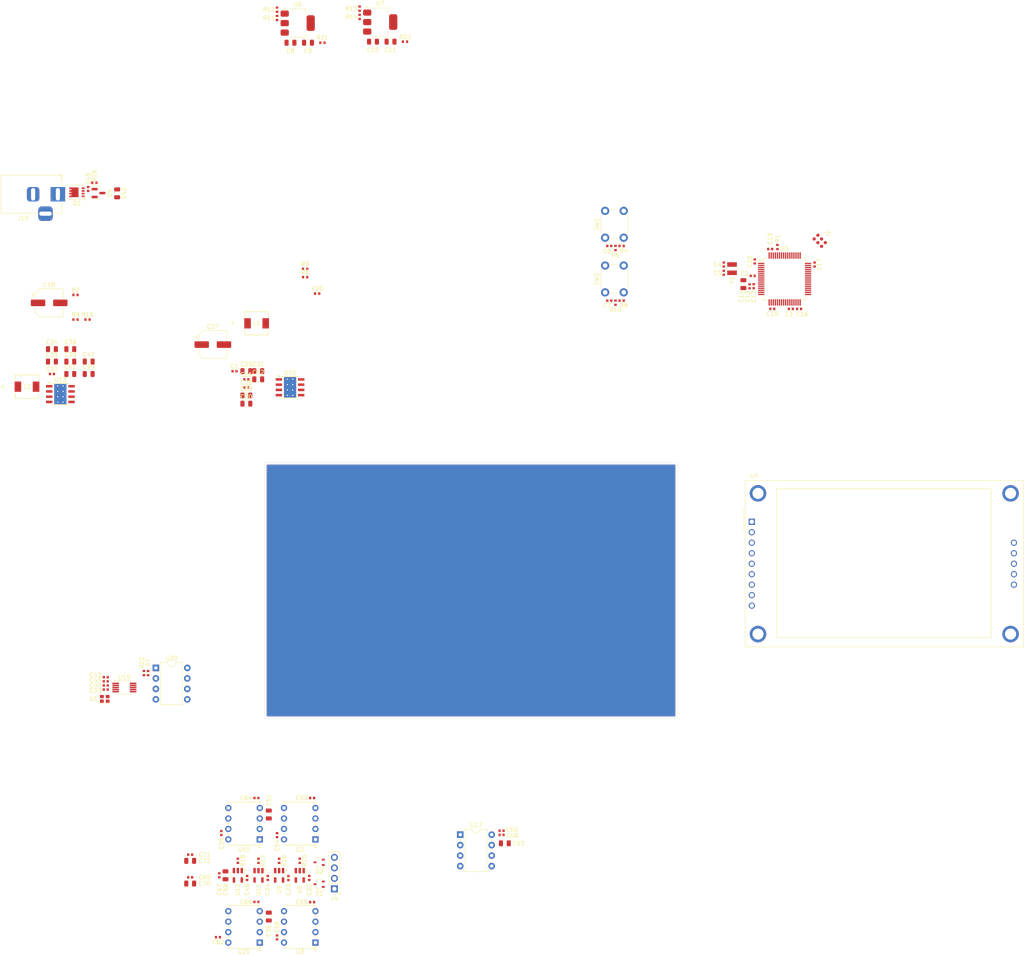
<source format=kicad_pcb>
(kicad_pcb (version 20240108) (generator "pcbnew") (generator_version "8.0")
  (layers (0 "F.Cu" signal) (1 "In1.Cu" signal) (2 "In2.Cu" signal) (31 "B.Cu" signal) (34 "B.Paste" user) (35 "F.Paste" user) (36 "B.SilkS" user "B.Silkscreen") (37 "F.SilkS" user "F.Silkscreen") (38 "B.Mask" user) (39 "F.Mask" user) (44 "Edge.Cuts" user))
  (net 0 "")
  (net 1 "Net-(U15-VCC)")
  (net 2 "Net-(C1-Pad2)")
  (net 3 "/MCU/RESET\\")
  (net 4 "GND")
  (net 5 "Net-(U5-VCAP_1)")
  (net 6 "/MCU/OSC_IN")
  (net 7 "/MCU/OSC_OUT")
  (net 8 "Net-(C6-Pad1)")
  (net 9 "Net-(C7-Pad1)")
  (net 10 "+5V")
  (net 11 "Net-(U6-VO)")
  (net 12 "Net-(U7-VO)")
  (net 13 "+3V3")
  (net 14 "+12V")
  (net 15 "Net-(U15-BOOT)")
  (net 16 "Net-(U15-SW)")
  (net 17 "Net-(U19-CAP{slash}2.5V)")
  (net 18 "Net-(Q1-D)")
  (net 19 "Net-(U13-VCC)")
  (net 20 "Net-(U13-BOOT)")
  (net 21 "Net-(U13-SW)")
  (net 22 "Net-(C39-Pad1)")
  (net 23 "Net-(D4-A)")
  (net 24 "Net-(U19-COMP)")
  (net 25 "-5V")
  (net 26 "/Sensing/V_Sense+")
  (net 27 "/Sensing/I_Out")
  (net 28 "/Sensing/I_In")
  (net 29 "/Sensing/V_Sense-")
  (net 31 "/MCU/SWDIO")
  (net 32 "/MCU/SWO")
  (net 33 "/MCU/SWCLK")
  (net 34 "Net-(U5-BOOT0)")
  (net 35 "Net-(U13-FB)")
  (net 36 "Net-(U15-FB)")
  (net 37 "/MCU/Button 0")
  (net 38 "Net-(U20A-IN-)")
  (net 39 "/MCU/Button 1")
  (net 40 "Net-(U6-ADJ)")
  (net 41 "Net-(U7-ADJ)")
  (net 42 "Net-(R15-Pad2)")
  (net 43 "Net-(R16-Pad2)")
  (net 44 "Net-(R17-Pad2)")
  (net 45 "Net-(R18-Pad2)")
  (net 46 "+1V8")
  (net 48 "/DAC/CLK")
  (net 50 "Net-(U10--IN)")
  (net 51 "Net-(U21--IN)")
  (net 54 "/LCD/DC")
  (net 55 "/LCD/SCK")
  (net 56 "/LCD/LED")
  (net 57 "/LCD/MISO")
  (net 60 "/LCD/NCS")
  (net 62 "/LCD/MOSI")
  (net 64 "/LCD/RESET")
  (net 70 "/ADC/ADC_DIN")
  (net 71 "/MCU/Range_0")
  (net 74 "/ADC/ADC_DOUT")
  (net 75 "/MCU/Range_3")
  (net 76 "/ADC/ADC_nCS")
  (net 78 "/ADC/CH0")
  (net 81 "/MCU/Range_1")
  (net 86 "/MCU/Range_2")
  (net 87 "/ADC/CH1")
  (net 92 "/ADC/ADC_CLK")
  (net 100 "/DAC/DAC_nCS")
  (net 104 "+3.3V")
  (net 105 "/DAC/Signal")
  (footprint "Capacitor_SMD:C_0805_2012Metric" (layer "F.Cu") (at 73.565602 69.7497)
    (property "Reference" "C29" (at 0 -1.68 0) (layer "F.SilkS"))
    (property "Value" "22u")
    (pad "1" smd roundrect (at -0.95 0) (size 1 1.45) (layers "F.Cu" "F.Paste" "F.Mask") (net 4 "GND"))
    (pad "2" smd roundrect (at 0.95 0) (size 1 1.45) (layers "F.Cu" "F.Paste" "F.Mask") (net 2 "Net-(C1-Pad2)"))
  )
  (footprint "Capacitor_SMD:C_0402_1005Metric" (layer "F.Cu") (at 73.565602 65.8097)
    (property "Reference" "C26" (at 0 -1.16 0) (layer "F.SilkS"))
    (property "Value" "220n")
    (pad "1" smd roundrect (at -0.48 0) (size 0.56 0.62) (layers "F.Cu" "F.Paste" "F.Mask") (net 14 "+12V"))
    (pad "2" smd roundrect (at 0.48 0) (size 0.56 0.62) (layers "F.Cu" "F.Paste" "F.Mask") (net 4 "GND"))
  )
  (footprint "Resistor_SMD:R_0402_1005Metric" (layer "F.Cu") (at 101 -22 90)
    (property "Reference" "R14" (at 0 -2 180) (layer "F.SilkS"))
    (property "Value" "1k")
    (pad "1" smd roundrect (at -0.509999 0 90) (size 0.54 0.64) (layers "F.Cu" "F.Paste" "F.Mask") (net 12 "Net-(U7-VO)"))
    (pad "2" smd roundrect (at 0.509999 0 90) (size 0.54 0.64) (layers "F.Cu" "F.Paste" "F.Mask") (net 41 "Net-(U7-ADJ)"))
  )
  (footprint "Resistor_SMD:R_0402_1005Metric" (layer "F.Cu") (at 36.73 18.185)
    (property "Reference" "R26" (at 0 -1.75 90) (layer "F.SilkS"))
    (property "Value" "12K 1%")
    (pad "1" smd roundrect (at -0.509999 0) (size 0.54 0.64) (layers "F.Cu" "F.Paste" "F.Mask") (net 23 "Net-(D4-A)"))
    (pad "2" smd roundrect (at 0.509999 0) (size 0.54 0.64) (layers "F.Cu" "F.Paste" "F.Mask") (net 4 "GND"))
  )
  (footprint "Crystal:Crystal_SMD_2016-4Pin_2.0x1.6mm" (layer "F.Cu") (at 39.25 143.25)
    (property "Reference" "U1" (at -2.7 -0.05 0) (layer "F.SilkS"))
    (property "Value" "KC2016Z20.0000C15XXK")
    (pad "1" smd rect (at -0.7 0.55) (size 0.9 0.8) (layers "F.Cu" "F.Paste" "F.Mask"))
    (pad "2" smd rect (at 0.7 0.55) (size 0.9 0.8) (layers "F.Cu" "F.Paste" "F.Mask") (net 4 "GND"))
    (pad "3" smd rect (at 0.7 -0.55) (size 0.9 0.8) (layers "F.Cu" "F.Paste" "F.Mask") (net 48 "/DAC/CLK"))
    (pad "4" smd rect (at -0.7 -0.55) (size 0.9 0.8) (layers "F.Cu" "F.Paste" "F.Mask") (net 13 "+3V3"))
  )
  (footprint "Button_Switch_THT:SW_PUSH_6mm_H5mm" (layer "F.Cu") (at 160.5 31.500001 90)
    (property "Reference" "SW1" (at 3.25 -2.000001 90) (layer "F.SilkS"))
    (property "Value" "SW_Push")
    (pad "1" thru_hole circle (at 0 0 180) (size 2 2) (drill 1.1) (layers "*.Cu" "*.Mask") (net 4 "GND"))
    (pad "1" thru_hole circle (at 6.5 0 180) (size 2 2) (drill 1.1) (layers "*.Cu" "*.Mask") (net 4 "GND"))
    (pad "2" thru_hole circle (at 0 4.500001 180) (size 2 2) (drill 1.1) (layers "*.Cu" "*.Mask") (net 37 "/MCU/Button 0"))
    (pad "2" thru_hole circle (at 6.500001 4.5 180) (size 2 2) (drill 1.1) (layers "*.Cu" "*.Mask") (net 37 "/MCU/Button 0"))
  )
  (footprint "Capacitor_SMD:C_0402_1005Metric" (layer "F.Cu") (at 39.48 139 180)
    (property "Reference" "C45" (at 2.48 0.25 0) (layer "F.SilkS"))
    (property "Value" "1u")
    (pad "1" smd roundrect (at -0.48 0 180) (size 0.56 0.62) (layers "F.Cu" "F.Paste" "F.Mask") (net 13 "+3V3"))
    (pad "2" smd roundrect (at 0.48 0 180) (size 0.56 0.62) (layers "F.Cu" "F.Paste" "F.Mask") (net 4 "GND"))
  )
  (footprint "Resistor_SMD:R_0402_1005Metric" (layer "F.Cu") (at 32.16 51.33)
    (property "Reference" "R9" (at 0 -1.17 0) (layer "F.SilkS"))
    (property "Value" "24.9k")
    (pad "1" smd roundrect (at -0.51 0) (size 0.54 0.64) (layers "F.Cu" "F.Paste" "F.Mask") (net 35 "Net-(U13-FB)"))
    (pad "2" smd roundrect (at 0.51 0) (size 0.54 0.64) (layers "F.Cu" "F.Paste" "F.Mask") (net 4 "GND"))
  )
  (footprint "Resistor_SMD:R_0402_1005Metric" (layer "F.Cu") (at 32.16 45.36)
    (property "Reference" "R2" (at 0 -1.17 0) (layer "F.SilkS"))
    (property "Value" "100k")
    (pad "1" smd roundrect (at -0.51 0) (size 0.54 0.64) (layers "F.Cu" "F.Paste" "F.Mask") (net 22 "Net-(C39-Pad1)"))
    (pad "2" smd roundrect (at 0.51 0) (size 0.54 0.64) (layers "F.Cu" "F.Paste" "F.Mask") (net 35 "Net-(U13-FB)"))
  )
  (footprint "Capacitor_SMD:C_0805_2012Metric" (layer "F.Cu") (at 79 171.27 90)
    (property "Reference" "C51" (at 3.5 0 90) (layer "F.SilkS"))
    (property "Value" "4.7u")
    (pad "1" smd roundrect (at -0.949999 0 90) (size 1 1.45) (layers "F.Cu" "F.Paste" "F.Mask") (net 46 "+1V8"))
    (pad "2" smd roundrect (at 0.949999 0 90) (size 1 1.45) (layers "F.Cu" "F.Paste" "F.Mask") (net 4 "GND"))
  )
  (footprint "Capacitor_SMD:C_0402_1005Metric" (layer "F.Cu") (at 78.75 186.6375 90)
    (property "Reference" "C24" (at -2.8625 0 90) (layer "F.SilkS"))
    (property "Value" "100n")
    (pad "1" smd roundrect (at -0.48 0 90) (size 0.56 0.62) (layers "F.Cu" "F.Paste" "F.Mask") (net 13 "+3V3"))
    (pad "2" smd roundrect (at 0.48 0 90) (size 0.56 0.62) (layers "F.Cu" "F.Paste" "F.Mask") (net 4 "GND"))
  )
  (footprint "Capacitor_SMD:C_0402_1005Metric" (layer "F.Cu") (at 39.48 141 180)
    (property "Reference" "C33" (at 2.5 -0.25 0) (layer "F.SilkS"))
    (property "Value" "100n")
    (pad "1" smd roundrect (at -0.48 0 180) (size 0.56 0.62) (layers "F.Cu" "F.Paste" "F.Mask") (net 17 "Net-(U19-CAP{slash}2.5V)"))
    (pad "2" smd roundrect (at 0.48 0 180) (size 0.56 0.62) (layers "F.Cu" "F.Paste" "F.Mask") (net 4 "GND"))
  )
  (footprint "Capacitor_SMD:C_0805_2012Metric" (layer "F.Cu") (at 42.25 20.75 -90)
    (property "Reference" "C42" (at 0 -1.679999 90) (layer "F.SilkS"))
    (property "Value" "10u")
    (pad "1" smd roundrect (at -0.949999 0 270) (size 1 1.45) (layers "F.Cu" "F.Paste" "F.Mask") (net 14 "+12V"))
    (pad "2" smd roundrect (at 0.949999 0 270) (size 1 1.45) (layers "F.Cu" "F.Paste" "F.Mask") (net 4 "GND"))
  )
  (footprint "Capacitor_SMD:C_0805_2012Metric" (layer "F.Cu") (at 30.9 64.52)
    (property "Reference" "C41" (at 0 -1.68 0) (layer "F.SilkS"))
    (property "Value" "22u")
    (pad "1" smd roundrect (at -0.95 0) (size 1 1.45) (layers "F.Cu" "F.Paste" "F.Mask") (net 22 "Net-(C39-Pad1)"))
    (pad "2" smd roundrect (at 0.95 0) (size 1 1.45) (layers "F.Cu" "F.Paste" "F.Mask") (net 4 "GND"))
  )
  (footprint "Resistor_SMD:R_0402_1005Metric" (layer "F.Cu") (at 112 -16)
    (property "Reference" "R23" (at 0 -1.17 0) (layer "F.SilkS"))
    (property "Value" "0R")
    (pad "1" smd roundrect (at -0.51 0) (size 0.54 0.64) (layers "F.Cu" "F.Paste" "F.Mask") (net 12 "Net-(U7-VO)"))
    (pad "2" smd roundrect (at 0.51 0) (size 0.54 0.64) (layers "F.Cu" "F.Paste" "F.Mask") (net 46 "+1V8"))
  )
  (footprint "Package_TO_SOT_SMD:SOT-23-5" (layer "F.Cu") (at 71.5 186 -90)
    (property "Reference" "U12" (at 3.5 0.0125 90) (layer "F.SilkS"))
    (property "Value" "TMUX1101DCK")
    (pad "1" smd roundrect (at -1.1375 -0.949999 270) (size 1.325 0.6) (layers "F.Cu" "F.Paste" "F.Mask") (net 4 "GND"))
    (pad "2" smd roundrect (at -1.1375 0 270) (size 1.325 0.6) (layers "F.Cu" "F.Paste" "F.Mask") (net 45 "Net-(R18-Pad2)"))
    (pad "3" smd roundrect (at -1.1375 0.949999 270) (size 1.325 0.6) (layers "F.Cu" "F.Paste" "F.Mask") (net 4 "GND"))
    (pad "4" smd roundrect (at 1.1375 0.949999 270) (size 1.325 0.6) (layers "F.Cu" "F.Paste" "F.Mask") (net 75 "/MCU/Range_3"))
    (pad "5" smd roundrect (at 1.1375 -0.949999 270) (size 1.325 0.6) (layers "F.Cu" "F.Paste" "F.Mask") (net 13 "+3V3"))
  )
  (footprint "Capacitor_SMD:C_0805_2012Metric" (layer "F.Cu") (at 73.565602 71.7197)
    (property "Reference" "C30" (at 0 -1.68 0) (layer "F.SilkS"))
    (property "Value" "22u")
    (pad "1" smd roundrect (at -0.95 0) (size 1 1.45) (layers "F.Cu" "F.Paste" "F.Mask") (net 4 "GND"))
    (pad "2" smd roundrect (at 0.95 0) (size 1 1.45) (layers "F.Cu" "F.Paste" "F.Mask") (net 2 "Net-(C1-Pad2)"))
  )
  (footprint "Resistor_SMD:R_0402_1005Metric" (layer "F.Cu") (at 87.805602 39.0697)
    (property "Reference" "R3" (at 0 -1.17 0) (layer "F.SilkS"))
    (property "Value" "100k")
    (pad "1" smd roundrect (at -0.51 0) (size 0.54 0.64) (layers "F.Cu" "F.Paste" "F.Mask") (net 4 "GND"))
    (pad "2" smd roundrect (at 0.51 0) (size 0.54 0.64) (layers "F.Cu" "F.Paste" "F.Mask") (net 36 "Net-(U15-FB)"))
  )
  (footprint "Capacitor_SMD:C_0805_2012Metric" (layer "F.Cu") (at 76.435602 63.8397)
    (property "Reference" "C31" (at 0 -1.68 0) (layer "F.SilkS"))
    (property "Value" "22u")
    (pad "1" smd roundrect (at -0.95 0) (size 1 1.45) (layers "F.Cu" "F.Paste" "F.Mask") (net 4 "GND"))
    (pad "2" smd roundrect (at 0.95 0) (size 1 1.45) (layers "F.Cu" "F.Paste" "F.Mask") (net 2 "Net-(C1-Pad2)"))
  )
  (footprint "Resistor_SMD:R_0402_1005Metric" (layer "F.Cu") (at 163 34 -90)
    (property "Reference" "R5" (at 1.75 0 0) (layer "F.SilkS"))
    (property "Value" "10k")
    (pad "1" smd roundrect (at -0.509999 0 270) (size 0.54 0.64) (layers "F.Cu" "F.Paste" "F.Mask") (net 8 "Net-(C6-Pad1)"))
    (pad "2" smd roundrect (at 0.509999 0 270) (size 0.54 0.64) (layers "F.Cu" "F.Paste" "F.Mask") (net 13 "+3V3"))
  )
  (footprint "Capacitor_SMD:C_0402_1005Metric" (layer "F.Cu") (at 196.25 40.75 180)
    (property "Reference" "C2" (at 2 0.5 0) (layer "F.SilkS"))
    (property "Value" "100n")
    (pad "1" smd roundrect (at -0.48 0 180) (size 0.56 0.62) (layers "F.Cu" "F.Paste" "F.Mask") (net 3 "/MCU/RESET\\"))
    (pad "2" smd roundrect (at 0.48 0 180) (size 0.56 0.62) (layers "F.Cu" "F.Paste" "F.Mask") (net 4 "GND"))
  )
  (footprint "Capacitor_SMD:C_0402_1005Metric" (layer "F.Cu") (at 161.5 46.75 180)
    (property "Reference" "C7" (at 0.5 -1.16 0) (layer "F.SilkS"))
    (property "Value" "1u")
    (pad "1" smd roundrect (at -0.48 0 180) (size 0.56 0.62) (layers "F.Cu" "F.Paste" "F.Mask") (net 9 "Net-(C7-Pad1)"))
    (pad "2" smd roundrect (at 0.48 0 180) (size 0.56 0.62) (layers "F.Cu" "F.Paste" "F.Mask") (net 4 "GND"))
  )
  (footprint "Capacitor_SMD:C_0805_2012Metric" (layer "F.Cu") (at 79 196 90)
    (property "Reference" "C36" (at -3.5 0 90) (layer "F.SilkS"))
    (property "Value" "4.7u")
    (pad "1" smd roundrect (at -0.949999 0 90) (size 1 1.45) (layers "F.Cu" "F.Paste" "F.Mask") (net 46 "+1V8"))
    (pad "2" smd roundrect (at 0.949999 0 90) (size 1 1.45) (layers "F.Cu" "F.Paste" "F.Mask") (net 4 "GND"))
  )
  (footprint "Package_SO:MSOP-10_3x3mm_P0.5mm" (layer "F.Cu") (at 44 140.5)
    (property "Reference" "U19" (at 0 -2.45 0) (layer "F.SilkS"))
    (property "Value" "AD9833xRM")
    (pad "1" smd roundrect (at -2.1125 -1) (size 1.625 0.35) (layers "F.Cu" "F.Paste" "F.Mask") (net 24 "Net-(U19-COMP)"))
    (pad "2" smd roundrect (at -2.1125 -0.5) (size 1.625 0.35) (layers "F.Cu" "F.Paste" "F.Mask") (net 104 "+3.3V"))
    (pad "3" smd roundrect (at -2.1125 0) (size 1.625 0.35) (layers "F.Cu" "F.Paste" "F.Mask") (net 17 "Net-(U19-CAP{slash}2.5V)"))
    (pad "4" smd roundrect (at -2.1125 0.5) (size 1.625 0.35) (layers "F.Cu" "F.Paste" "F.Mask") (net 4 "GND"))
    (pad "5" smd roundrect (at -2.1125 1) (size 1.625 0.35) (layers "F.Cu" "F.Paste" "F.Mask") (net 48 "/DAC/CLK"))
    (pad "6" smd roundrect (at 2.1125 1) (size 1.625 0.35) (layers "F.Cu" "F.Paste" "F.Mask") (net 70 "/ADC/ADC_DIN"))
    (pad "7" smd roundrect (at 2.1125 0.5) (size 1.625 0.35) (layers "F.Cu" "F.Paste" "F.Mask") (net 92 "/ADC/ADC_CLK"))
    (pad "8" smd roundrect (at 2.1125 0) (size 1.625 0.35) (layers "F.Cu" "F.Paste" "F.Mask") (net 100 "/DAC/DAC_nCS"))
    (pad "9" smd roundrect (at 2.1125 -0.5) (size 1.625 0.35) (layers "F.Cu" "F.Paste" "F.Mask") (net 4 "GND"))
    (pad "10" smd roundrect (at 2.1125 -1) (size 1.625 0.35) (layers "F.Cu" "F.Paste" "F.Mask") (net 105 "/DAC/Signal"))
  )
  (footprint "Capacitor_SMD:C_0402_1005Metric" (layer "F.Cu") (at 67.5 175.77 -90)
    (property "Reference" "C55" (at 2.5 0 90) (layer "F.SilkS"))
    (property "Value" "100n")
    (pad "1" smd roundrect (at -0.48 0 270) (size 0.56 0.62) (layers "F.Cu" "F.Paste" "F.Mask") (net 10 "+5V"))
    (pad "2" smd roundrect (at 0.48 0 270) (size 0.56 0.62) (layers "F.Cu" "F.Paste" "F.Mask") (net 4 "GND"))
  )
  (footprint "Capacitor_SMD:C_0805_2012Metric" (layer "F.Cu") (at 136.2 178.25)
    (property "Reference" "C53" (at 3.3 0.05 0) (layer "F.SilkS"))
    (property "Value" "4.7u")
    (pad "1" smd roundrect (at -0.949999 0) (size 1 1.45) (layers "F.Cu" "F.Paste" "F.Mask") (net 13 "+3V3"))
    (pad "2" smd roundrect (at 0.949999 0) (size 1 1.45) (layers "F.Cu" "F.Paste" "F.Mask") (net 4 "GND"))
  )
  (footprint "Capacitor_SMD:C_0402_1005Metric" (layer "F.Cu") (at 59.949999 186.5)
    (property "Reference" "C69" (at 3.5 0 0) (layer "F.SilkS"))
    (property "Value" "2.2u")
    (pad "1" smd roundrect (at -0.48 0) (size 0.56 0.62) (layers "F.Cu" "F.Paste" "F.Mask") (net 10 "+5V"))
    (pad "2" smd roundrect (at 0.48 0) (size 0.56 0.62) (layers "F.Cu" "F.Paste" "F.Mask") (net 4 "GND"))
  )
  (footprint "Capacitor_SMD:C_0402_1005Metric" (layer "F.Cu") (at 196.75 37.25 90)
    (property "Reference" "C20" (at 0 -1.16 90) (layer "F.SilkS"))
    (property "Value" "100n")
    (pad "1" smd roundrect (at -0.48 0 90) (size 0.56 0.62) (layers "F.Cu" "F.Paste" "F.Mask") (net 13 "+3V3"))
    (pad "2" smd roundrect (at 0.48 0 90) (size 0.56 0.62) (layers "F.Cu" "F.Paste" "F.Mask") (net 4 "GND"))
  )
  (footprint "Resistor_SMD:R_0402_1005Metric" (layer "F.Cu") (at 81 -21.75 90)
    (property "Reference" "R11" (at 0 -2 180) (layer "F.SilkS"))
    (property "Value" "1k")
    (pad "1" smd roundrect (at -0.509999 0 90) (size 0.54 0.64) (layers "F.Cu" "F.Paste" "F.Mask") (net 11 "Net-(U6-VO)"))
    (pad "2" smd roundrect (at 0.509999 0 90) (size 0.54 0.64) (layers "F.Cu" "F.Paste" "F.Mask") (net 40 "Net-(U6-ADJ)"))
  )
  (footprint "Package_QFP:LQFP-64_10x10mm_P0.5mm" (layer "F.Cu") (at 204 41.5)
    (property "Reference" "U5" (at 0 -7.4 0) (layer "F.SilkS"))
    (property "Value" "STM32F446RETx")
    (pad "1" smd roundrect (at -5.675 -3.75) (size 1.55 0.3) (layers "F.Cu" "F.Paste" "F.Mask") (net 13 "+3V3"))
    (pad "2" smd roundrect (at -5.675 -3.25) (size 1.55 0.3) (layers "F.Cu" "F.Paste" "F.Mask"))
    (pad "3" smd roundrect (at -5.675 -2.75) (size 1.55 0.3) (layers "F.Cu" "F.Paste" "F.Mask"))
    (pad "4" smd roundrect (at -5.675 -2.25) (size 1.55 0.3) (layers "F.Cu" "F.Paste" "F.Mask"))
    (pad "5" smd roundrect (at -5.675 -1.75) (size 1.55 0.3) (layers "F.Cu" "F.Paste" "F.Mask") (net 6 "/MCU/OSC_IN"))
    (pad "6" smd roundrect (at -5.675 -1.25) (size 1.55 0.3) (layers "F.Cu" "F.Paste" "F.Mask") (net 7 "/MCU/OSC_OUT"))
    (pad "7" smd roundrect (at -5.675 -0.75) (size 1.55 0.3) (layers "F.Cu" "F.Paste" "F.Mask") (net 3 "/MCU/RESET\\"))
    (pad "8" smd roundrect (at -5.675 -0.25) (size 1.55 0.3) (layers "F.Cu" "F.Paste" "F.Mask") (net 57 "/LCD/MISO"))
    (pad "9" smd roundrect (at -5.675 0.25) (size 1.55 0.3) (layers "F.Cu" "F.Paste" "F.Mask") (net 56 "/LCD/LED"))
    (pad "10" smd roundrect (at -5.675 0.75) (size 1.55 0.3) (layers "F.Cu" "F.Paste" "F.Mask") (net 55 "/LCD/SCK"))
    (pad "11" smd roundrect (at -5.675 1.25) (size 1.55 0.3) (layers "F.Cu" "F.Paste" "F.Mask") (net 64 "/LCD/RESET"))
    (pad "12" smd roundrect (at -5.675 1.75) (size 1.55 0.3) (layers "F.Cu" "F.Paste" "F.Mask") (net 4 "GND"))
    (pad "13" smd roundrect (at -5.675 2.25) (size 1.55 0.3) (layers "F.Cu" "F.Paste" "F.Mask") (net 13 "+3V3"))
    (pad "14" smd roundrect (at -5.675 2.75) (size 1.55 0.3) (layers "F.Cu" "F.Paste" "F.Mask") (net 87 "/ADC/CH1"))
    (pad "15" smd roundrect (at -5.675 3.25) (size 1.55 0.3) (layers "F.Cu" "F.Paste" "F.Mask") (net 78 "/ADC/CH0"))
    (pad "16" smd roundrect (at -5.675 3.75) (size 1.55 0.3) (layers "F.Cu" "F.Paste" "F.Mask"))
    (pad "17" smd roundrect (at -3.75 5.675) (size 0.3 1.55) (layers "F.Cu" "F.Paste" "F.Mask"))
    (pad "18" smd roundrect (at -3.25 5.675) (size 0.3 1.55) (layers "F.Cu" "F.Paste" "F.Mask") (net 4 "GND"))
    (pad "19" smd roundrect (at -2.75 5.675) (size 0.3 1.55) (layers "F.Cu" "F.Paste" "F.Mask") (net 13 "+3V3"))
    (pad "20" smd roundrect (at -2.25 5.675) (size 0.3 1.55) (layers "F.Cu" "F.Paste" "F.Mask"))
    (pad "21" smd roundrect (at -1.75 5.675) (size 0.3 1.55) (layers "F.Cu" "F.Paste" "F.Mask") (net 92 "/ADC/ADC_CLK"))
    (pad "22" smd roundrect (at -1.25 5.675) (size 0.3 1.55) (layers "F.Cu" "F.Paste" "F.Mask") (net 74 "/ADC/ADC_DOUT"))
    (pad "23" smd roundrect (at -0.75 5.675) (size 0.3 1.55) (layers "F.Cu" "F.Paste" "F.Mask") (net 70 "/ADC/ADC_DIN"))
    (pad "24" smd roundrect (at -0.25 5.675) (size 0.3 1.55) (layers "F.Cu" "F.Paste" "F.Mask"))
    (pad "25" smd roundrect (at 0.25 5.675) (size 0.3 1.55) (layers "F.Cu" "F.Paste" "F.Mask"))
    (pad "26" smd roundrect (at 0.75 5.675) (size 0.3 1.55) (layers "F.Cu" "F.Paste" "F.Mask"))
    (pad "27" smd roundrect (at 1.25 5.675) (size 0.3 1.55) (layers "F.Cu" "F.Paste" "F.Mask"))
    (pad "28" smd roundrect (at 1.75 5.675) (size 0.3 1.55) (layers "F.Cu" "F.Paste" "F.Mask") (net 62 "/LCD/MOSI"))
    (pad "29" smd roundrect (at 2.25 5.675) (size 0.3 1.55) (layers "F.Cu" "F.Paste" "F.Mask"))
    (pad "30" smd roundrect (at 2.75 5.675) (size 0.3 1.55) (layers "F.Cu" "F.Paste" "F.Mask") (net 5 "Net-(U5-VCAP_1)"))
    (pad "31" smd roundrect (at 3.25 5.675) (size 0.3 1.55) (layers "F.Cu" "F.Paste" "F.Mask") (net 4 "GND"))
    (pad "32" smd roundrect (at 3.75 5.675) (size 0.3 1.55) (layers "F.Cu" "F.Paste" "F.Mask") (net 13 "+3V3"))
    (pad "33" smd roundrect (at 5.675 3.75) (size 1.55 0.3) (layers "F.Cu" "F.Paste" "F.Mask"))
    (pad "34" smd roundrect (at 5.675 3.25) (size 1.55 0.3) (layers "F.Cu" "F.Paste" "F.Mask"))
    (pad "35" smd roundrect (at 5.675 2.75) (size 1.55 0.3) (layers "F.Cu" "F.Paste" "F.Mask") (net 37 "/MCU/Button 0"))
    (pad "36" smd roundrect (at 5.675 2.25) (size 1.55 0.3) (layers "F.Cu" "F.Paste" "F.Mask") (net 39 "/MCU/Button 1"))
    (pad "37" smd roundrect (at 5.675 1.75) (size 1.55 0.3) (layers "F.Cu" "F.Paste" "F.Mask"))
    (pad "38" smd roundrect (at 5.675 1.25) (size 1.55 0.3) (layers "F.Cu" "F.Paste" "F.Mask"))
    (pad "39" smd roundrect (at 5.675 0.75) (size 1.55 0.3) (layers "F.Cu" "F.Paste" "F.Mask"))
    (pad "40" smd roundrect (at 5.675 0.25) (size 1.55 0.3) (layers "F.Cu" "F.Paste" "F.Mask"))
    (pad "41" smd roundrect (at 5.675 -0.25) (size 1.55 0.3) (layers "F.Cu" "F.Paste" "F.Mask") (net 100 "/DAC/DAC_nCS"))
    (pad "42" smd roundrect (at 5.675 -0.75) (size 1.55 0.3) (layers "F.Cu" "F.Paste" "F.Mask") (net 76 "/ADC/ADC_nCS"))
    (pad "43" smd roundrect (at 5.675 -1.25) (size 1.55 0.3) (layers "F.Cu" "F.Paste" "F.Mask"))
    (pad "44" smd roundrect (at 5.675 -1.75) (size 1.55 0.3) (layers "F.Cu" "F.Paste" "F.Mask"))
    (pad "45" smd roundrect (at 5.675 -2.25) (size 1.55 0.3) (layers "F.Cu" "F.Paste" "F.Mask"))
    (pad "46" smd roundrect (at 5.675 -2.75) (size 1.55 0.3) (layers "F.Cu" "F.Paste" "F.Mask") (net 31 "/MCU/SWDIO"))
    (pad "47" smd roundrect (at 5.675 -3.25) (size 1.55 0.3) (layers "F.Cu" "F.Paste" "F.Mask") (net 4 "GND"))
    (pad "48" smd roundrect (at 5.675 -3.75) (size 1.55 0.3) (layers "F.Cu" "F.Paste" "F.Mask") (net 13 "+3V3"))
    (pad "49" smd roundrect (at 3.75 -5.675) (size 0.3 1.55) (layers "F.Cu" "F.Paste" "F.Mask") (net 33 "/MCU/SWCLK"))
    (pad "50" smd roundrect (at 3.25 -5.675) (size 0.3 1.55) (layers "F.Cu" "F.Paste" "F.Mask"))
    (pad "51" smd roundrect (at 2.75 -5.675) (size 0.3 1.55) (layers "F.Cu" "F.Paste" "F.Mask") (net 54 "/LCD/DC"))
    (pad "52" smd roundrect (at 2.25 -5.675) (size 0.3 1.55) (layers "F.Cu" "F.Paste" "F.Mask") (net 60 "/LCD/NCS"))
    (pad "53" smd roundrect (at 1.75 -5.675) (size 0.3 1.55) (layers "F.Cu" "F.Paste" "F.Mask"))
    (pad "54" smd roundrect (at 1.25 -5.675) (size 0.3 1.55) (layers "F.Cu" "F.Paste" "F.Mask"))
    (pad "55" smd roundrect (at 0.75 -5.675) (size 0.3 1.55) (layers "F.Cu" "F.Paste" "F.Mask") (net 32 "/MCU/SWO"))
    (pad "56" smd roundrect (at 0.25 -5.675) (size 0.3 1.55) (layers "F.Cu" "F.Paste" "F.Mask"))
    (pad "57" smd roundrect (at -0.25 -5.675) (size 0.3 1.55) (layers "F.Cu" "F.Paste" "F.Mask") (net 71 "/MCU/Range_0"))
    (pad "58" smd roundrect (at -0.75 -5.675) (size 0.3 1.55) (layers "F.Cu" "F.Paste" "F.Mask") (net 81 "/MCU/Range_1"))
    (pad "59" smd roundrect (at -1.25 -5.675) (size 0.3 1.55) (layers "F.Cu" "F.Paste" "F.Mask") (net 86 "/MCU/Range_2"))
    (pad "60" smd roundrect (at -1.75 -5.675) (size 0.3 1.55) (layers "F.Cu" "F.Paste" "F.Mask") (net 34 "Net-(U5-BOOT0)"))
    (pad "61" smd roundrect (at -2.25 -5.675) (size 0.3 1.55) (layers "F.Cu" "F.Paste" "F.Mask") (net 75 "/MCU/Range_3"))
    (pad "62" smd roundrect (at -2.75 -5.675) (size 0.3 1.55) (layers "F.Cu" "F.Paste" "F.Mask"))
    (pad "63" smd roundrect (at -3.25 -5.675) (size 0.3 1.55) (layers "F.Cu" "F.Paste" "F.Mask") (net 4 "GND"))
    (pad "64" smd roundrect (at -3.75 -5.675) (size 0.3 1.55) (layers "F.Cu" "F.Paste" "F.Mask") (net 13 "+3V3"))
  )
  (footprint "Capacitor_SMD:C_0402_1005Metric" (layer "F.Cu") (at 76 167.27 180)
    (property "Reference" "C64" (at 2.5 0 0) (layer "F.SilkS"))
    (property "Value" "100n")
    (pad "1" smd roundrect (at -0.48 0 180) (size 0.56 0.62) (layers "F.Cu" "F.Paste" "F.Mask") (net 25 "-5V"))
    (pad "2" smd roundrect (at 0.48 0 180) (size 0.56 0.62) (layers "F.Cu" "F.Paste" "F.Mask") (net 4 "GND"))
  )
  (footprint "Resistor_SMD:R_0402_1005Metric" (layer "F.Cu") (at 48.75 137 90)
    (property "Reference" "R22" (at 2.5 -0.5 90) (layer "F.SilkS"))
    (property "Value" "10k")
    (pad "1" smd roundrect (at -0.509999 0 90) (size 0.54 0.64) (layers "F.Cu" "F.Paste" "F.Mask") (net 38 "Net-(U20A-IN-)"))
    (pad "2" smd roundrect (at 0.509999 0 90) (size 0.54 0.64) (layers "F.Cu" "F.Paste" "F.Mask") (net 4 "GND"))
  )
  (footprint "Capacitor_SMD:C_0805_2012Metric" (layer "F.Cu") (at 194 42.75 90)
    (property "Reference" "C14" (at -3 -0.5 90) (layer "F.SilkS"))
    (property "Value" "4.7u")
    (pad "1" smd roundrect (at -0.949999 0 90) (size 1 1.45) (layers "F.Cu" "F.Paste" "F.Mask") (net 13 "+3V3"))
    (pad "2" smd roundrect (at 0.949999 0 90) (size 1 1.45) (layers "F.Cu" "F.Paste" "F.Mask") (net 4 "GND"))
  )
  (footprint "Capacitor_SMD:C_0402_1005Metric" (layer "F.Cu") (at 135.4 175.2)
    (property "Reference" "C50" (at 2.6 -0.2 0) (layer "F.SilkS"))
    (property "Value" "1u")
    (pad "1" smd roundrect (at -0.48 0) (size 0.56 0.62) (layers "F.Cu" "F.Paste" "F.Mask") (net 13 "+3V3"))
    (pad "2" smd roundrect (at 0.48 0) (size 0.56 0.62) (layers "F.Cu" "F.Paste" "F.Mask") (net 4 "GND"))
  )
  (footprint "Capacitor_SMD:C_0805_2012Metric" (layer "F.Cu") (at 35.35 61.51)
    (property "Reference" "C47" (at 0 -1.68 0) (layer "F.SilkS"))
    (property "Value" "22u")
    (pad "1" smd roundrect (at -0.95 0) (size 1 1.45) (layers "F.Cu" "F.Paste" "F.Mask") (net 22 "Net-(C39-Pad1)"))
    (pad "2" smd roundrect (at 0.95 0) (size 1 1.45) (layers "F.Cu" "F.Paste" "F.Mask") (net 4 "GND"))
  )
  (footprint "Capacitor_SMD:C_0402_1005Metric" (layer "F.Cu") (at 59.949999 181)
    (property "Reference" "C71" (at 3.5 0 0) (layer "F.SilkS"))
    (property "Value" "2.2u")
    (pad "1" smd roundrect (at -0.48 0) (size 0.56 0.62) (layers "F.Cu" "F.Paste" "F.Mask") (net 25 "-5V"))
    (pad "2" smd roundrect (at 0.48 0) (size 0.56 0.62) (layers "F.Cu" "F.Paste" "F.Mask") (net 4 "GND"))
  )
  (footprint "Capacitor_SMD:C_0805_2012Metric" (layer "F.Cu") (at 73.565602 63.8397)
    (property "Reference" "C25" (at 0 -1.68 0) (layer "F.SilkS"))
    (property "Value" "10u")
    (pad "1" smd roundrect (at -0.95 0) (size 1 1.45) (layers "F.Cu" "F.Paste" "F.Mask") (net 14 "+12V"))
    (pad "2" smd roundrect (at 0.95 0) (size 1 1.45) (layers "F.Cu" "F.Paste" "F.Mask") (net 4 "GND"))
  )
  (footprint "Resistor_SMD:R_0402_1005Metric" (layer "F.Cu") (at 71.5 182.487499 -90)
    (property "Reference" "R18" (at 0 -1.17 90) (layer "F.SilkS"))
    (property "Value" "100k")
    (pad "1" smd roundrect (at -0.509999 0 270) (size 0.54 0.64) (layers "F.Cu" "F.Paste" "F.Mask") (net 28 "/Sensing/I_In"))
    (pad "2" smd roundrect (at 0.509999 0 270) (size 0.54 0.64) (layers "F.Cu" "F.Paste" "F.Mask") (net 45 "Net-(R18-Pad2)"))
  )
  (footprint "Capacitor_SMD:C_0402_1005Metric" (layer "F.Cu") (at 73.7375 186.65 90)
    (property "Reference" "C46" (at -2.85 0 90) (layer "F.SilkS"))
    (property "Value" "100n")
    (pad "1" smd roundrect (at -0.48 0 90) (size 0.56 0.62) (layers "F.Cu" "F.Paste" "F.Mask") (net 13 "+3V3"))
    (pad "2" smd roundrect (at 0.48 0 90) (size 0.56 0.62) (layers "F.Cu" "F.Paste" "F.Mask") (net 4 "GND"))
  )
  (footprint "Resistor_SMD:R_0402_1005Metric" (layer "F.Cu") (at 81 -23.75 90)
    (property "Reference" "R12" (at 0 -2 180) (layer "F.SilkS"))
    (property "Value" "1.6k")
    (pad "1" smd roundrect (at -0.509999 0 90) (size 0.54 0.64) (layers "F.Cu" "F.Paste" "F.Mask") (net 40 "Net-(U6-ADJ)"))
    (pad "2" smd roundrect (at 0.509999 0 90) (size 0.54 0.64) (layers "F.Cu" "F.Paste" "F.Mask") (net 4 "GND"))
  )
  (footprint "Capacitor_SMD:C_0402_1005Metric" (layer "F.Cu") (at 189.25 40 90)
    (property "Reference" "C5" (at 0 -1.5 180) (layer "F.SilkS"))
    (property "Value" "4.3pF")
    (pad "1" smd roundrect (at -0.48 0 90) (size 0.56 0.62) (layers "F.Cu" "F.Paste" "F.Mask") (net 7 "/MCU/OSC_OUT"))
    (pad "2" smd roundrect (at 0.48 0 90) (size 0.56 0.62) (layers "F.Cu" "F.Paste" "F.Mask") (net 4 "GND"))
  )
  (footprint "footprints:N_8_ADI" (layer "F.Cu") (at 76.81 202.31 180)
    (property "Reference" "U21" (at 3.81 -2.19 0) (layer "F.SilkS"))
    (property "Value" "AMP03GPZ")
    (fp_text user "*" (at 0 -1.524 180) (layer "F.SilkS"))
    (fp_text user "*" (at 0 -1.524 0) (layer "F.SilkS"))
    (pad "1" thru_hole rect (at 0 0 180) (size 1.524 1.524) (drill 0.8128) (layers "*.Cu" "*.Mask") (net 4 "GND"))
    (pad "2" thru_hole circle (at 0 2.54 180) (size 1.524 1.524) (drill 0.8128) (layers "*.Cu" "*.Mask") (net 51 "Net-(U21--IN)"))
    (pad "3" thru_hole circle (at 0 5.079999 180) (size 1.524 1.524) (drill 0.8128) (layers "*.Cu" "*.Mask") (net 46 "+1V8"))
    (pad "4" thru_hole circle (at 0 7.62 180) (size 1.524 1.524) (drill 0.8128) (layers "*.Cu" "*.Mask") (net 25 "-5V"))
    (pad "5" thru_hole circle (at 7.62 7.62 180) (size 1.524 1.524) (drill 0.8128) (layers "*.Cu" "*.Mask") (net 78 "/ADC/CH0"))
    (pad "6" thru_hole circle (at 7.62 5.08 180) (size 1.524 1.524) (drill 0.8128) (layers "*.Cu" "*.Mask") (net 78 "/ADC/CH0"))
    (pad "7" thru_hole circle (at 7.62 2.54 180) (size 1.524 1.524) (drill 0.8128) (layers "*.Cu" "*.Mask") (net 10 "+5V"))
    (pad "8" thru_hole circle (at 7.62 0 180) (size 1.524 1.524) (drill 0.8128) (layers "*.Cu" "*.Mask"))
  )
  (footprint "Capacitor_SMD:C_0402_1005Metric" (layer "F.Cu") (at 135.4 176.2)
    (property "Reference" "C48" (at 2.6 0.2 0) (layer "F.SilkS"))
    (property "Value" "100n")
    (pad "1" smd roundrect (at -0.48 0) (size 0.56 0.62) (layers "F.Cu" "F.Paste" "F.Mask") (net 13 "+3V3"))
    (pad "2" smd roundrect (at 0.48 0) (size 0.56 0.62) (layers "F.Cu" "F.Paste" "F.Mask") (net 4 "GND"))
  )
  (footprint "Capacitor_SMD:CP_Elec_6.3x7.7" (layer "F.Cu") (at 25.785 47.29)
    (property "Reference" "C18" (at 0 -4.35 0) (layer "F.SilkS"))
    (property "Value" "47u")
    (pad "1" smd roundrect (at -2.7 0) (size 3.5 1.6) (layers "F.Cu" "F.Paste" "F.Mask") (roundrect_rratio 0.15625) (net 14 "+12V"))
    (pad "2" smd roundrect (at 2.7 0) (size 3.5 1.6) (layers "F.Cu" "F.Paste" "F.Mask") (roundrect_rratio 0.15625) (net 4 "GND"))
  )
  (footprint "Capacitor_SMD:C_0402_1005Metric" (layer "F.Cu") (at 201 48.75 180)
    (property "Reference" "C15" (at 0 -1.16 0) (layer "F.SilkS"))
    (property "Value" "100n")
    (pad "1" smd roundrect (at -0.48 0 180) (size 0.56 0.62) (layers "F.Cu" "F.Paste" "F.Mask") (net 13 "+3V3"))
    (pad "2" smd roundrect (at 0.48 0 180) (size 0.56 0.62) (layers "F.Cu" "F.Paste" "F.Mask") (net 4 "GND"))
  )
  (footprint "Package_DIP:DIP-8_W7.62mm" (layer "F.Cu") (at 51.63 135.75)
    (property "Reference" "U20" (at 3.81 -2.33 0) (layer "F.SilkS"))
    (property "Value" "LF353N/NOPB")
    (pad "1" thru_hole rect (at 0 0) (size 1.6 1.6) (drill 0.8) (layers "*.Cu" "*.Mask") (net 27 "/Sensing/I_Out"))
    (pad "2" thru_hole oval (at 0 2.54) (size 1.6 1.6) (drill 0.8) (layers "*.Cu" "*.Mask") (net 38 "Net-(U20A-IN-)"))
    (pad "3" thru_hole oval (at 0 5.08) (size 1.6 1.6) (drill 0.8) (layers "*.Cu" "*.Mask") (net 105 "/DAC/Signal"))
    (pad "4" thru_hole oval (at 0 7.62) (size 1.6 1.6) (drill 0.8) (layers "*.Cu" "*.Mask") (net 25 "-5V"))
    (pad "5" thru_hole oval (at 7.62 7.62) (size 1.6 1.6) (drill 0.8) (layers "*.Cu" "*.Mask"))
    (pad "6" thru_hole oval (at 7.62 5.08) (size 1.6 1.6) (drill 0.8) (layers "*.Cu" "*.Mask"))
    (pad "7" thru_hole oval (at 7.62 2.54) (size 1.6 1.6) (drill 0.8) (layers "*.Cu" "*.Mask"))
    (pad "8" thru_hole oval (at 7.62 0) (size 1.6 1.6) (drill 0.8) (layers "*.Cu" "*.Mask") (net 10 "+5V"))
  )
  (footprint "Capacitor_SMD:C_0805_2012Metric" (layer "F.Cu") (at 35.35 64.52)
    (property "Reference" "C49" (at 0 -1.68 0) (layer "F.SilkS"))
    (property "Value" "22u")
    (pad "1" smd roundrect (at -0.95 0) (size 1 1.45) (layers "F.Cu" "F.Paste" "F.Mask") (net 22 "Net-(C39-Pad1)"))
    (pad "2" smd roundrect (at 0.95 0) (size 1 1.45) (layers "F.Cu" "F.Paste" "F.Mask") (net 4 "GND"))
  )
  (footprint "Resistor_SMD:R_0402_1005Metric" (layer "F.Cu") (at 164.5 46.75 180)
    (property "Reference" "R8" (at -0.5 -1.17 0) (layer "F.SilkS"))
    (property "Value" "1k")
    (pad "1" smd roundrect (at -0.509999 0 180) (size 0.54 0.64) (layers "F.Cu" "F.Paste" "F.Mask") (net 39 "/MCU/Button 1"))
    (pad "2" smd roundrect (at 0.509999 0 180) (size 0.54 0.64) (layers "F.Cu" "F.Paste" "F.Mask") (net 9 "Net-(C7-Pad1)"))
  )
  (footprint "Package_TO_SOT_SMD:SOT-23-5" (layer "F.Cu") (at 86.5 186 -90)
    (property "Reference" "U8" (at 3.5 0 90) (layer "F.SilkS"))
    (property "Value" "TMUX1101DCK")
    (pad "1" smd roundrect (at -1.1375 -0.949999 270) (size 1.325 0.6) (layers "F.Cu" "F.Paste" "F.Mask") (net 4 "GND"))
    (pad "2" smd roundrect (at -1.1375 0 270) (size 1.325 0.6) (layers "F.Cu" "F.Paste" "F.Mask") (net 42 "Net-(R15-Pad2)"))
    (pad "3" smd roundrect (at -1.1375 0.949999 270) (size 1.325 0.6) (layers "F.Cu" "F.Paste" "F.Mask") (net 4 "GND"))
    (pad "4" smd roundrect (at 1.1375 0.949999 270) (size 1.325 0.6) (layers "F.Cu" "F.Paste" "F.Mask") (net 71 "/MCU/Range_0"))
    (pad "5" smd roundrect (at 1.1375 -0.949999 270) (size 1.325 0.6) (layers "F.Cu" "F.Paste" "F.Mask") (net 13 "+3V3"))
  )
  (footprint "Capacitor_SMD:C_0402_1005Metric" (layer "F.Cu") (at 70.695602 63.8397)
    (property "Reference" "C1" (at 0 -1.16 0) (layer "F.SilkS"))
    (property "Value" "1u")
    (pad "1" smd roundrect (at -0.48 0) (size 0.56 0.62) (layers "F.Cu" "F.Paste" "F.Mask") (net 1 "Net-(U15-VCC)"))
    (pad "2" smd roundrect (at 0.48 0) (size 0.56 0.62) (layers "F.Cu" "F.Paste" "F.Mask") (net 2 "Net-(C1-Pad2)"))
  )
  (footprint "Package_SO:Texas_HSOP-8-1EP_3.9x4.9mm_P1.27mm_ThermalVias" (layer "F.Cu") (at 28.5 69.39)
    (property "Reference" "U13" (at 0 -3.5 0) (layer "F.SilkS"))
    (property "Value" "LMR33640DDDA")
    (pad "1" smd rect (at -2.7 -1.905) (size 1.55 0.6) (layers "F.Cu" "F.Paste" "F.Mask") (net 4 "GND"))
    (pad "2" smd rect (at -2.7 -0.635) (size 1.55 0.6) (layers "F.Cu" "F.Paste" "F.Mask") (net 14 "+12V"))
    (pad "3" smd rect (at -2.7 0.635) (size 1.55 0.6) (layers "F.Cu" "F.Paste" "F.Mask") (net 14 "+12V"))
    (pad "4" smd rect (at -2.7 1.905) (size 1.55 0.6) (layers "F.Cu" "F.Paste" "F.Mask"))
    (pad "5" smd rect (at 2.7 1.905) (size 1.55 0.6) (layers "F.Cu" "F.Paste" "F.Mask") (net 35 "Net-(U13-FB)"))
    (pad "6" smd rect (at 2.7 0.635) (size 1.55 0.6) (layers "F.Cu" "F.Paste" "F.Mask") (net 19 "Net-(U13-VCC)"))
    (pad "7" smd rect (at 2.7 -0.635) (size 1.55 0.6) (layers "F.Cu" "F.Paste" "F.Mask") (net 20 "Net-(U13-BOOT)"))
    (pad "8" smd rect (at 2.7 -1.905) (size 1.55 0.6) (layers "F.Cu" "F.Paste" "F.Mask") (net 21 "Net-(U13-SW)"))
    (pad "9" thru_hole circle (at -0.65 -1.95) (size 0.6 0.6) (drill 0.3) (layers "*.Cu") (net 4 "GND"))
    (pad "9" thru_hole circle (at -0.65 -0.65) (size 0.6 0.6) (drill 0.3) (layers "*.Cu") (net 4 "GND"))
    (pad "9" thru_hole circle (at -0.65 0.65) (size 0.6 0.6) (drill 0.3) (layers "*.Cu") (net 4 "GND"))
    (pad "9" thru_hole circle (at -0.65 1.95) (size 0.6 0.6) (drill 0.3) (layers "*.Cu") (net 4 "GND"))
    (pad "9" smd rect (at 0 0) (size 2.95 4.9) (layers "F.Cu") (net 4 "GND"))
    (pad "9" smd rect (at 0 0) (size 2.95 4.9) (layers "B.Cu") (net 4 "GND"))
    (pad "9" thru_hole circle (at 0.65 -1.95) (size 0.6 0.6) (drill 0.3) (layers "*.Cu") (net 4 "GND"))
    (pad "9" thru_hole circle (at 0.65 -0.65) (size 0.6 0.6) (drill 0.3) (layers "*.Cu") (net 4 "GND"))
    (pad "9" thru_hole circle (at 0.65 0.65) (size 0.6 0.6) (drill 0.3) (layers "*.Cu") (net 4 "GND"))
    (pad "9" thru_hole circle (at 0.65 1.95) (size 0.6 0.6) (drill 0.3) (layers "*.Cu") (net 4 "GND"))
  )
  (footprint "Package_TO_SOT_SMD:SOT-223-3_TabPin2" (layer "F.Cu") (at 106 -20.75)
    (property "Reference" "U7" (at 0 -4.5 0) (layer "F.SilkS"))
    (property "Value" "LM1117MP-ADJ")
    (pad "1" smd roundrect (at -3.15 -2.3) (size 2 1.5) (layers "F.Cu" "F.Paste" "F.Mask") (net 41 "Net-(U7-ADJ)"))
    (pad "2" smd roundrect (at -3.15 0) (size 2 1.5) (layers "F.Cu" "F.Paste" "F.Mask") (net 12 "Net-(U7-VO)"))
    (pad "2" smd roundrect (at 3.15 0) (size 2 3.8) (layers "F.Cu" "F.Paste" "F.Mask") (net 12 "Net-(U7-VO)"))
    (pad "3" smd roundrect (at -3.15 2.3) (size 2 1.5) (layers "F.Cu" "F.Paste" "F.Mask") (net 10 "+5V"))
  )
  (footprint "Capacitor_SMD:C_0402_1005Metric" (layer "F.Cu") (at 189.25 38 -90)
    (property "Reference" "C4" (at 0 1.5 180) (layer "F.SilkS"))
    (property "Value" "4.3pF")
    (pad "1" smd roundrect (at -0.48 0 270) (size 0.56 0.62) (layers "F.Cu" "F.Paste" "F.Mask") (net 6 "/MCU/OSC_IN"))
    (pad "2" smd roundrect (at 0.48 0 270) (size 0.56 0.62) (layers "F.Cu" "F.Paste" "F.Mask") (net 4 "GND"))
  )
  (footprint "Resistor_SMD:R_0402_1005Metric" (layer "F.Cu") (at 86.5 182.4875 -90)
    (property "Reference" "R15" (at 0 -1.17 90) (layer "F.SilkS"))
    (property "Value" "100R")
    (pad "1" smd roundrect (at -0.509999 0 270) (size 0.54 0.64) (layers "F.Cu" "F.Paste" "F.Mask") (net 28 "/Sensing/I_In"))
    (pad "2" smd roundrect (at 0.509999 0 270) (size 0.54 0.64) (layers "F.Cu" "F.Paste" "F.Mask") (net 42 "Net-(R15-Pad2)"))
  )
  (footprint "Capacitor_SMD:C_0805_2012Metric" (layer "F.Cu") (at 26.45 58.5)
    (property "Reference" "C34" (at 0 -1.68 0) (layer "F.SilkS"))
    (property "Value" "10u")
    (pad "1" smd roundrect (at -0.95 0) (size 1 1.45) (layers "F.Cu" "F.Paste" "F.Mask") (net 14 "+12V"))
    (pad "2" smd roundrect (at 0.95 0) (size 1 1.45) (layers "F.Cu" "F.Paste" "F.Mask") (net 4 "GND"))
  )
  (footprint "Package_DIP:DIP-8_W7.62mm" (layer "F.Cu") (at 125.39 176.15)
    (property "Reference" "U17" (at 3.81 -2.33 0) (layer "F.SilkS"))
    (property "Value" "MCP3202")
    (pad "1" thru_hole rect (at 0 0) (size 1.6 1.6) (drill 0.8) (layers "*.Cu" "*.Mask") (net 76 "/ADC/ADC_nCS"))
    (pad "2" thru_hole oval (at 0 2.54) (size 1.6 1.6) (drill 0.8) (layers "*.Cu" "*.Mask") (net 78 "/ADC/CH0"))
    (pad "3" thru_hole oval (at 0 5.08) (size 1.6 1.6) (drill 0.8) (layers "*.Cu" "*.Mask") (net 87 "/ADC/CH1"))
    (pad "4" thru_hole oval (at 0 7.62) (size 1.6 1.6) (drill 0.8) (layers "*.Cu" "*.Mask") (net 4 "GND"))
    (pad "5" thru_hole oval (at 7.62 7.62) (size 1.6 1.6) (drill 0.8) (layers "*.Cu" "*.Mask") (net 70 "/ADC/ADC_DIN"))
    (pad "6" thru_hole oval (at 7.62 5.08) (size 1.6 1.6) (drill 0.8) (layers "*.Cu" "*.Mask") (net 74 "/ADC/ADC_DOUT"))
    (pad "7" thru_hole oval (at 7.62 2.54) (size 1.6 1.6) (drill 0.8) (layers "*.Cu" "*.Mask") (net 92 "/ADC/ADC_CLK"))
    (pad "8" thru_hole oval (at 7.62 0) (size 1.6 1.6) (drill 0.8) (layers "*.Cu" "*.Mask") (net 13 "+3V3"))
  )
  (footprint "Resistor_SMD:R_0402_1005Metric" (layer "F.Cu") (at 49.75 137 90)
    (property "Reference" "R7" (at 2.5 0 90) (layer "F.SilkS"))
    (property "Value" "10k")
    (pad "1" smd roundrect (at -0.509999 0 90) (size 0.54 0.64) (layers "F.Cu" "F.Paste" "F.Mask") (net 38 "Net-(U20A-IN-)"))
    (pad "2" smd roundrect (at 0.509999 0 90) (size 0.54 0.64) (layers "F.Cu" "F.Paste" "F.Mask") (net 27 "/Sensing/I_Out"))
  )
  (footprint "footprints:N_8_ADI" (layer "F.Cu") (at 90.31 177.31 180)
    (property "Reference" "U2" (at 3.81 -2.46 0) (layer "F.SilkS"))
    (property "Value" "AMP03GPZ")
    (fp_text user "*" (at 0 -1.524 0) (layer "F.SilkS"))
    (fp_text user "*" (at 0 -1.524 180) (layer "F.SilkS"))
    (pad "1" thru_hole rect (at 0 0 180) (size 1.524 1.524) (drill 0.8128) (layers "*.Cu" "*.Mask") (net 4 "GND"))
    (pad "2" thru_hole circle (at 0 2.54 180) (size 1.524 1.524) (drill 0.8128) (layers "*.Cu" "*.Mask") (net 28 "/Sensing/I_In"))
    (pad "3" thru_hole circle (at 0 5.079999 180) (size 1.524 1.524) (drill 0.8128) (layers "*.Cu" "*.Mask") (net 4 "GND"))
    (pad "4" thru_hole circle (at 0 7.62 180) (size 1.524 1.524) (drill 0.8128) (layers "*.Cu" "*.Mask") (net 25 "-5V"))
    (pad "5" thru_hole circle (at 7.62 7.62 180) (size 1.524 1.524) (drill 0.8128) (layers "*.Cu" "*.Mask") (net 50 "Net-(U10--IN)"))
    (pad "6" thru_hole circle (at 7.62 5.08 180) (size 1.524 1.524) (drill 0.8128) (layers "*.Cu" "*.Mask") (net 50 "Net-(U10--IN)"))
    (pad "7" thru_hole circle (at 7.62 2.54 180) (size 1.524 1.524) (drill 0.8128) (layers "*.Cu" "*.Mask") (net 10 "+5V"))
    (pad "8" thru_hole circle (at 7.62 0 180) (size 1.524 1.524) (drill 0.8128) (layers "*.Cu" "*.Mask"))
  )
  (footprint "footprints:XTAL_CG04874_NDK-L" (layer "F.Cu") (at 191.25 39 90)
    (property "Reference" "Y1" (at -2.75 0 90) (layer "F.SilkS"))
    (property "Value" "8 MHz")
    (pad "1" smd rect (at -1.0033 0 90) (size 1.0922 2.3368) (layers "F.Cu" "F.Paste" "F.Mask") (net 7 "/MCU/OSC_OUT"))
    (pad "2" smd rect (at 1.0033 0 90) (size 1.0922 2.3368) (layers "F.Cu" "F.Paste" "F.Mask") (net 6 "/MCU/OSC_IN"))
  )
  (footprint "Capacitor_SMD:C_0805_2012Metric" (layer "F.Cu") (at 59.949999 182.5)
    (property "Reference" "C72" (at 3.5 0 0) (layer "F.SilkS"))
    (property "Value" "4.7u")
    (pad "1" smd roundrect (at -0.949999 0) (size 1 1.45) (layers "F.Cu" "F.Paste" "F.Mask") (net 25 "-5V"))
    (pad "2" smd roundrect (at 0.949999 0) (size 1 1.45) (layers "F.Cu" "F.Paste" "F.Mask") (net 4 "GND"))
  )
  (footprint "Resistor_SMD:R_0402_1005Metric" (layer "F.Cu") (at 101 -24 90)
    (property "Reference" "R13" (at 0 -2 180) (layer "F.SilkS"))
    (property "Value" "500R")
    (pad "1" smd roundrect (at -0.509999 0 90) (size 0.54 0.64) (layers "F.Cu" "F.Paste" "F.Mask") (net 41 "Net-(U7-ADJ)"))
    (pad "2" smd roundrect (at 0.509999 0 90) (size 0.54 0.64) (layers "F.Cu" "F.Paste" "F.Mask") (net 4 "GND"))
  )
  (footprint "Capacitor_SMD:C_0402_1005Metric" (layer "F.Cu") (at 67 186 90)
    (property "Reference" "C67" (at -3.5 0 90) (layer "F.SilkS"))
    (property "Value" "2.2u")
    (pad "1" smd roundrect (at -0.48 0 90) (size 0.56 0.62) (layers "F.Cu" "F.Paste" "F.Mask") (net 13 "+3V3"))
    (pad "2" smd roundrect (at 0.48 0 90) (size 0.56 0.62) (layers "F.Cu" "F.Paste" "F.Mask") (net 4 "GND"))
  )
  (footprint "Capacitor_SMD:C_0402_1005Metric" (layer "F.Cu") (at 39.48 140 180)
    (property "Reference" "C44" (at 2.48 0 0) (layer "F.SilkS"))
    (property "Value" "100n")
    (pad "1" smd roundrect (at -0.48 0 180) (size 0.56 0.62) (layers "F.Cu" "F.Paste" "F.Mask") (net 13 "+3V3"))
    (pad "2" smd roundrect (at 0.48 0 180) (size 0.56 0.62) (layers "F.Cu" "F.Paste" "F.Mask") (net 4 "GND"))
  )
  (footprint "footprints:IND_223NLT_PUL" (layer "F.Cu") (at 20.404399 67.6009)
    (property "Reference" "L2" (at 0 0 0) (layer "F.SilkS"))
    (property "Value" "3.3u")
    (pad "1" smd rect (at -2.199999 0) (size 1.6002 2.4892) (layers "F.Cu" "F.Paste" "F.Mask") (net 21 "Net-(U13-SW)"))
    (pad "2" smd rect (at 2.199999 0) (size 1.6002 2.4892) (layers "F.Cu" "F.Paste" "F.Mask") (net 22 "Net-(C39-Pad1)"))
    (zone (net 0) (net_name "") (layer "F.Cu") (connect_pads (clearance 0)) (min_thickness 0.254)
      (keepout (tracks not_allowed) (vias not_allowed) (pads allowed) (copperpour not_allowed) (footprints allowed))
      (fill (thermal_gap 0.508) (thermal_bridge_width 0.508))
      (polygon (pts (xy 17.750099 64.9466) (xy 23.058699 64.9466) (xy 23.058699 66.3055) (xy 17.750099 66.3055)))
    )
    (zone (net 0) (net_name "") (layer "F.Cu") (connect_pads (clearance 0)) (min_thickness 0.254)
      (keepout (tracks not_allowed) (vias not_allowed) (pads allowed) (copperpour not_allowed) (footprints allowed))
      (fill (thermal_gap 0.508) (thermal_bridge_width 0.508))
      (polygon (pts (xy 17.750099 68.8963) (xy 23.058699 68.8963) (xy 23.058699 70.2552) (xy 17.750099 70.2552)))
    )
    (zone (net 0) (net_name "") (layer "F.Cu") (connect_pads (clearance 0)) (min_thickness 0.254)
      (keepout (tracks not_allowed) (vias not_allowed) (pads allowed) (copperpour not_allowed) (footprints allowed))
      (fill (thermal_gap 0.508) (thermal_bridge_width 0.508))
      (polygon (pts (xy 18.8013 66.3055) (xy 22.007498 66.3055) (xy 22.007498 68.8963) (xy 18.8013 68.8963)))
    )
  )
  (footprint "Capacitor_SMD:C_0805_2012Metric" (layer "F.Cu") (at 104.25 -16)
    (property "Reference" "C10" (at 0 2 0) (layer "F.SilkS"))
    (property "Value" "10u")
    (pad "1" smd roundrect (at -0.95 0) (size 1 1.45) (layers "F.Cu" "F.Paste" "F.Mask") (net 10 "+5V"))
    (pad "2" smd roundrect (at 0.95 0) (size 1 1.45) (layers "F.Cu" "F.Paste" "F.Mask") (net 4 "GND"))
  )
  (footprint "Capacitor_SMD:C_0805_2012Metric" (layer "F.Cu") (at 30.9 61.51)
    (property "Reference" "C39" (at 0 -1.68 0) (layer "F.SilkS"))
    (property "Value" "22u")
    (pad "1" smd roundrect (at -0.95 0) (size 1 1.45) (layers "F.Cu" "F.Paste" "F.Mask") (net 22 "Net-(C39-Pad1)"))
    (pad "2" smd roundrect (at 0.95 0) (size 1 1.45) (layers "F.Cu" "F.Paste" "F.Mask") (net 4 "GND"))
  )
  (footprint "Resistor_SMD:R_0402_1005Metric" (layer "F.Cu") (at 90.715602 45.0397)
    (property "Reference" "R20" (at 0 -1.17 0) (layer "F.SilkS"))
    (property "Value" "0R")
    (pad "1" smd roundrect (at -0.51 0) (size 0.54 0.64) (layers "F.Cu" "F.Paste" "F.Mask") (net 2 "Net-(C1-Pad2)"))
    (pad "2" smd roundrect (at 0.51 0) (size 0.54 0.64) (layers "F.Cu" "F.Paste" "F.Mask") (net 25 "-5V"))
  )
  (footprint "Resistor_SMD:R_0402_1005Metric" (layer "F.Cu") (at 92 -15.75)
    (property "Reference" "R21" (at 0 -1.17 0) (layer "F.SilkS"))
    (property "Value" "0R")
    (pad "1" smd roundrect (at -0.51 0) (size 0.54 0.64) (layers "F.Cu" "F.Paste" "F.Mask") (net 11 "Net-(U6-VO)"))
    (pad "2" smd roundrect (at 0.51 0) (size 0.54 0.64) (layers "F.Cu" "F.Paste" "F.Mask") (net 13 "+3V3"))
  )
  (footprint "Resistor_SMD:R_0402_1005Metric" (layer "F.Cu") (at 163 47.25 -90)
    (property "Reference" "R10" (at 1.75 0 180) (layer "F.SilkS"))
    (property "Value" "10k")
    (pad "1" smd roundrect (at -0.509999 0 270) (size 0.54 0.64) (layers "F.Cu" "F.Paste" "F.Mask") (net 9 "Net-(C7-Pad1)"))
    (pad "2" smd roundrect (at 0.509999 0 270) (size 0.54 0.64) (layers "F.Cu" "F.Paste" "F.Mask") (net 13 "+3V3"))
  )
  (footprint "Capacitor_SMD:C_0402_1005Metric" (layer "F.Cu") (at 161.5 33.5 180)
    (property "Reference" "C6" (at 0.5 -1.25 0) (layer "F.SilkS"))
    (property "Value" "1u")
    (pad "1" smd roundrect (at -0.48 0 180) (size 0.56 0.62) (layers "F.Cu" "F.Paste" "F.Mask") (net 8 "Net-(C6-Pad1)"))
    (pad "2" smd roundrect (at 0.48 0 180) (size 0.56 0.62) (layers "F.Cu" "F.Paste" "F.Mask") (net 4 "GND"))
  )
  (footprint "Connector_PinHeader_2.54mm:PinHeader_1x04_P2.54mm_Vertical" (layer "F.Cu") (at 94.9 189.28 180)
    (property "Reference" "J4" (at 0 -2.33 0) (layer "F.SilkS"))
    (property "Value" "Conn_01x04")
    (pad "1" thru_hole rect (at 0 0 180) (size 1.7 1.7) (drill 1) (layers "*.Cu" "*.Mask") (net 27 "/Sensing/I_Out"))
    (pad "2" thru_hole oval (at 0 2.54 180) (size 1.7 1.7) (drill 1) (layers "*.Cu" "*.Mask") (net 26 "/Sensing/V_Sense+"))
    (pad "3" thru_hole oval (at 0 5.079999 180) (size 1.7 1.7) (drill 1) (layers "*.Cu" "*.Mask") (net 29 "/Sensing/V_Sense-"))
    (pad "4" thru_hole oval (at 0 7.62 180) (size 1.7 1.7) (drill 1) (layers "*.Cu" "*.Mask") (net 28 "/Sensing/I_In"))
  )
  (footprint "Capacitor_SMD:C_0402_1005Metric" (layer "F.Cu") (at 26.45 64.52)
    (property "Reference" "C37" (at 0 -1.16 0) (layer "F.SilkS"))
    (property "Value" "1u")
    (pad "1" smd roundrect (at -0.48 0) (size 0.56 0.62) (layers "F.Cu" "F.Paste" "F.Mask") (net 19 "Net-(U13-VCC)"))
    (pad "2" smd roundrect (at 0.48 0) (size 0.56 0.62) (layers "F.Cu" "F.Paste" "F.Mask") (net 4 "GND"))
  )
  (footprint "Package_TO_SOT_SMD:SOT-23-5" (layer "F.Cu") (at 81.5 186 -90)
    (property "Reference" "U9" (at 3.5 0 90) (layer "F.SilkS"))
    (property "Value" "TMUX1101DCK")
    (pad "1" smd roundrect (at -1.1375 -0.949999 270) (size 1.325 0.6) (layers "F.Cu" "F.Paste" "F.Mask") (net 4 "GND"))
    (pad "2" smd roundrect (at -1.1375 0 270) (size 1.325 0.6) (layers "F.Cu" "F.Paste" "F.Mask") (net 43 "Net-(R16-Pad2)"))
    (pad "3" smd roundrect (at -1.1375 0.949999 270) (size 1.325 0.6) (layers "F.Cu" "F.Paste" "F.Mask") (net 4 "GND"))
    (pad "4" smd roundrect (at 1.1375 0.949999 270) (size 1.325 0.6) (layers "F.Cu" "F.Paste" "F.Mask") (net 81 "/MCU/Range_1"))
    (pad "5" smd roundrect (at 1.1375 -0.949999 270) (size 1.325 0.6) (layers "F.Cu" "F.Paste" "F.Mask") (net 13 "+3V3"))
  )
  (footprint "Capacitor_SMD:C_0805_2012Metric" (layer "F.Cu") (at 84.25 -15.75)
    (property "Reference" "C8" (at 0 2 0) (layer "F.SilkS"))
    (property "Value" "10u")
    (pad "1" smd roundrect (at -0.95 0) (size 1 1.45) (layers "F.Cu" "F.Paste" "F.Mask") (net 10 "+5V"))
    (pad "2" smd roundrect (at 0.95 0) (size 1 1.45) (layers "F.Cu" "F.Paste" "F.Mask") (net 4 "GND"))
  )
  (footprint "Capacitor_SMD:C_0402_1005Metric" (layer "F.Cu") (at 205.5 48.75 180)
    (property "Reference" "C3" (at 0.5 -1.25 0) (layer "F.SilkS"))
    (property "Value" "2.2u")
    (pad "1" smd roundrect (at -0.48 0 180) (size 0.56 0.62) (layers "F.Cu" "F.Paste" "F.Mask") (net 5 "Net-(U5-VCAP_1)"))
    (pad "2" smd roundrect (at 0.48 0 180) (size 0.56 0.62) (layers "F.Cu" "F.Paste" "F.Mask") (net 4 "GND"))
  )
  (footprint "Package_TO_SOT_SMD:SOT-23" (layer "F.Cu") (at 37.73 20.685)
    (property "Reference" "D4" (at 2.75 0 90) (layer "F.SilkS"))
    (property "Value" "MMBZ5242BLT3G")
    (pad "1" smd roundrect (at -0.9375 -0.95) (size 1.475 0.6) (layers "F.Cu" "F.Paste" "F.Mask") (net 23 "Net-(D4-A)"))
    (pad "2" smd roundrect (at -0.9375 0.95) (size 1.475 0.6) (layers "F.Cu" "F.Paste" "F.Mask"))
    (pad "3" smd roundrect (at 0.937501 0) (size 1.475 0.6) (layers "F.Cu" "F.Paste" "F.Mask") (net 14 "+12V"))
  )
  (footprint "Capacitor_SMD:C_0805_2012Metric" (layer "F.Cu") (at 26.45 61.51)
    (property "Reference" "C35" (at 0 -1.68 0) (layer "F.SilkS"))
    (property "Value" "220n")
    (pad "1" smd roundrect (at -0.95 0) (size 1 1.45) (layers "F.Cu" "F.Paste" "F.Mask") (net 14 "+12V"))
    (pad "2" smd roundrect (at 0.95 0) (size 1 1.45) (layers "F.Cu" "F.Paste" "F.Mask") (net 4 "GND"))
  )
  (footprint "Resistor_SMD:R_0402_1005Metric" (layer "F.Cu") (at 35.07 51.33)
    (property "Reference" "R19" (at 0 -1.17 0) (layer "F.SilkS"))
    (property "Value" "0R")
    (pad "1" smd roundrect (at -0.51 0) (size 0.54 0.64) (layers "F.Cu" "F.Paste" "F.Mask") (net 22 "Net-(C39-Pad1)"))
    (pad "2" smd roundrect (at 0.51 0) (size 0.54 0.64) (layers "F.Cu" "F.Paste" "F.Mask") (net 10 "+5V"))
  )
  (footprint "Display:CR2013-MI2120" (layer "F.Cu") (at 196.0425 100.34)
    (property "Reference" "U4" (at 0.59 -11.18 0) (layer "F.SilkS"))
    (property "Value" "CR2013-MI2120")
    (pad "" thru_hole circle (at 1.5 -6.89) (size 4 4) (drill 2.7) (layers "*.Cu" "*.Mask"))
    (pad "" thru_hole circle (at 1.5 27.21) (size 4 4) (drill 2.7) (layers "*.Cu" "*.Mask"))
    (pad "" thru_hole circle (at 62.7 -6.89) (size 4 4) (drill 2.7) (layers "*.Cu" "*.Mask"))
    (pad "" thru_hole circle (at 62.7 27.21) (size 4 4) (drill 2.7) (layers "*.Cu" "*.Mask"))
    (pad "1" thru_hole rect (at 0 0) (size 1.5 1.5) (drill 1) (layers "*.Cu" "*.Mask") (net 10 "+5V"))
    (pad "2" thru_hole circle (at 0 2.54) (size 1.5 1.5) (drill 1) (layers "*.Cu" "*.Mask") (net 4 "GND"))
    (pad "3" thru_hole circle (at 0 5.079999) (size 1.5 1.5) (drill 1) (layers "*.Cu" "*.Mask") (net 60 "/LCD/NCS"))
    (pad "4" thru_hole circle (at 0 7.62) (size 1.5 1.5) (drill 1) (layers "*.Cu" "*.Mask") (net 64 "/LCD/RESET"))
    (pad "5" thru_hole circle (at 0 10.16) (size 1.5 1.5) (drill 1) (layers "*.Cu" "*.Mask") (net 54 "/LCD/DC"))
    (pad "6" thru_hole circle (at 0 12.7) (size 1.5 1.5) (drill 1) (layers "*.Cu" "*.Mask") (net 62 "/LCD/MOSI"))
    (pad "7" thru_hole circle (at 0 15.24) (size 1.5 1.5) (drill 1) (layers "*.Cu" "*.Mask") (net 55 "/LCD/SCK"))
    (pad "8" thru_hole circle (at 0 17.780001) (size 1.5 1.5) (drill 1) (layers "*.Cu" "*.Mask") (net 56 "/LCD/LED"))
    (pad "9" thru_hole circle (at 0 20.32) (size 1.5 1.5) (drill 1) (layers "*.Cu" "*.Mask") (net 57 "/LCD/MISO"))
    (pad "10" thru_hole circle (at 63.52 5.08) (size 1.5 1.5) (drill 1) (layers "*.Cu" "*.Mask"))
    (pad "11" thru_hole circle (at 63.52 7.62) (size 1.5 1.5) (drill 1) (layers "*.Cu" "*.Mask"))
    (pad "12" thru_hole circle (at 63.52 10.16) (size 1.5 1.5) (drill 1) (layers "*.Cu" "*.Mask"))
    (pad "13" thru_hole circle (at 63.52 12.7) (size 1.5 1.5) (drill 1) (layers "*.Cu" "*.Mask"))
    (pad "14" thru_hole circle (at 63.52 15.24) (size 1.5 1.5) (drill 1) (layers "*.Cu" "*.Mask"))
  )
  (footprint "footprints:N_8_ADI" (layer "F.Cu") (at 90.31 202.31 180)
    (property "Reference" "U3" (at 3.81 -2.19 0) (layer "F.SilkS"))
    (property "Value" "AMP03GPZ")
    (fp_text user "*" (at 0 -1.524 0) (layer "F.SilkS"))
    (fp_text user "*" (at 0 -1.524 180) (layer "F.SilkS"))
    (pad "1" thru_hole rect (at 0 0 180) (size 1.524 1.524) (drill 0.8128) (layers "*.Cu" "*.Mask") (net 4 "GND"))
    (pad "2" thru_hole circle (at 0 2.54 180) (size 1.524 1.524) (drill 0.8128) (layers "*.Cu" "*.Mask") (net 26 "/Sensing/V_Sense+"))
    (pad "3" thru_hole circle (at 0 5.079999 180) (size 1.524 1.524) (drill 0.8128) (layers "*.Cu" "*.Mask") (net 29 "/Sensing/V_Sense-"))
    (pad "4" thru_hole circle (at 0 7.62 180) (size 1.524 1.524) (drill 0.8128) (layers "*.Cu" "*.Mask") (net 25 "-5V"))
    (pad "5" thru_hole circle (at 7.62 7.62 180) (size 1.524 1.524) (drill 0.8128) (layers "*.Cu" "*.Mask") (net 51 "Net-(U21--IN)"))
    (pad "6" thru_hole circle (at 7.62 5.08 180) (size 1.524 1.524) (drill 0.8128) (layers "*.Cu" "*.Mask") (net 51 "Net-(U21--IN)"))
    (pad "7" thru_hole circle (at 7.62 2.54 180) (size 1.524 1.524) (drill 0.8128) (layers "*.Cu" "*.Mask") (net 10 "+5V"))
    (pad "8" thru_hole circle (at 7.62 0 180) (size 1.524 1.524) (drill 0.8128) (layers "*.Cu" "*.Mask"))
  )
  (footprint "Connector_BarrelJack:BarrelJack_Horizontal" (layer "F.Cu") (at 27.89 20.975)
    (property "Reference" "J19" (at -8.45 5.75 0) (layer "F.SilkS"))
    (property "Value" "Barrel_Jack")
    (pad "1" thru_hole rect (at 0 0) (size 3.5 3.5) (drill oval 1 3) (layers "*.Cu" "*.Mask") (net 18 "Net-(Q1-D)"))
    (pad "2" thru_hole roundrect (at -6 0) (size 3 3.5) (drill oval 1 3) (layers "*.Cu" "*.Mask") (net 4 "GND"))
    (pad "3" thru_hole roundrect (at -3 4.7) (size 3.5 3.5) (drill oval 3 1) (layers "*.Cu" "*.Mask") (net 4 "GND"))
  )
  (footprint "Capacitor_SMD:C_0402_1005Metric" (layer "F.Cu") (at 89.5 167.27 180)
    (property "Reference" "C63" (at 2.5 0 0) (layer "F.SilkS"))
    (property "Value" "100n")
    (pad "1" smd roundrect (at -0.48 0 180) (size 0.56 0.62) (layers "F.Cu" "F.Paste" "F.Mask") (net 25 "-5V"))
    (pad "2" smd roundrect (at 0.48 0 180) (size 0.56 0.62) (layers "F.Cu" "F.Paste" "F.Mask") (net 4 "GND"))
  )
  (footprint "Capacitor_SMD:C_0805_2012Metric" (layer "F.Cu") (at 68.5 186 90)
    (property "Reference" "C68" (at -3.5 0 90) (layer "F.SilkS"))
    (property "Value" "4.7u")
    (pad "1" smd roundrect (at -0.949999 0 90) (size 1 1.45) (layers "F.Cu" "F.Paste" "F.Mask") (net 13 "+3V3"))
    (pad "2" smd roundrect (at 0.949999 0 90) (size 1 1.45) (layers "F.Cu" "F.Paste" "F.Mask") (net 4 "GND"))
  )
  (footprint "Resistor_SMD:R_0402_1005Metric" (layer "F.Cu") (at 202.25 33.75 90)
    (property "Reference" "R1" (at 2 0 90) (layer "F.SilkS"))
    (property "Value" "10k")
    (pad "1" smd roundrect (at -0.509999 0 90) (size 0.54 0.64) (layers "F.Cu" "F.Paste" "F.Mask") (net 34 "Net-(U5-BOOT0)"))
    (pad "2" smd roundrect (at 0.509999 0 90) (size 0.54 0.64) (layers "F.Cu" "F.Paste" "F.Mask") (net 4 "GND"))
  )
  (footprint "Capacitor_SMD:C_0402_1005Metric" (layer "F.Cu") (at 81 201.0552 -90)
    (property "Reference" "C56" (at -2.5552 0 90) (layer "F.SilkS"))
    (property "Value" "100n")
    (pad "1" smd roundrect (at -0.48 0 270) (size 0.56 0.62) (layers "F.Cu" "F.Paste" "F.Mask") (net 10 "+5V"))
    (pad "2" smd roundrect (at 0.48 0 270) (size 0.56 0.62) (layers "F.Cu" "F.Paste" "F.Mask") (net 4 "GND"))
  )
  (footprint "Connector:Tag-Connect_TC2030-IDC-NL_2x03_P1.27mm_Vertical" (layer "F.Cu") (at 212.5 32.25 135)
    (property "Reference" "J1" (at 0 2.7 135) (layer "F.SilkS"))
    (property "Value" "Conn_ARM_SWD_TagConnect_TC2030-NL")
    (pad "" np_thru_hole circle (at -2.54 0 135) (size 0.9906 0.9906) (drill 0.9906) (layers "*.Cu" "*.Mask"))
    (pad "" np_thru_hole circle (at 2.54 -1.016 135) (size 0.9906 0.9906) (drill 0.9906) (layers "*.Cu" "*.Mask"))
    (pad "" np_thru_hole circle (at 2.54 1.016 135) (size 0.9906 0.9906) (drill 0.9906) (layers "*.Cu" "*.Mask"))
    (pad "1" connect circle (at -1.27 0.635 135) (size 0.7874 0.7874) (layers "F.Cu" "F.Mask") (net 13 "+3V3"))
    (pad "2" connect circle (at -1.27 -0.635 135) (size 0.7874 0.7874) (layers "F.Cu" "F.Mask") (net 31 "/MCU/SWDIO"))
    (pad "3" connect circle (at 0 0.635 135) (size 0.7874 0.7874) (layers "F.Cu" "F.Mask") (net 3 "/MCU/RESET\\"))
    (pad "4" connect circle (at 0 -0.635 135) (size 0.7874 0.7874) (layers "F.Cu" "F.Mask") (net 33 "/MCU/SWCLK"))
    (pad "5" connect circle (at 1.27 0.635 135) (size 0.7874 0.7874) (layers "F.Cu" "F.Mask") (net 4 "GND"))
    (pad "6" connect circle (at 1.27 -0.635 135) (size 0.7874 0.7874) (layers "F.Cu" "F.Mask") (net 32 "/MCU/SWO"))
    (zone (net 0) (net_name "") (layer "F.Cu") (connect_pads (clearance 0)) (min_thickness 0.254)
      (keepout (tracks allowed) (vias not_allowed) (pads allowed) (copperpour not_allowed) (footprints not_allowed))
      (fill (thermal_gap 0.508) (thermal_bridge_width 0.508))
      (polygon (pts (xy 211.152962 31.800987) (xy 212.949013 33.597038) (xy 213.847038 32.699013) (xy 212.050987 30.902962)))
    )
  )
  (footprint "Capacitor_SMD:C_0402_1005Metric" (layer "F.Cu") (at 35.23 19.684999 90)
    (property "Reference" "C40" (at 2.5 0 90) (layer "F.SilkS"))
    (property "Value" "100n")
    (pad "1" smd roundrect (at -0.48 0 90) (size 0.56 0.62) (layers "F.Cu" "F.Paste" "F.Mask") (net 14 "+12V"))
    (pad "2" smd roundrect (at 0.48 0 90) (size 0.56 0.62) (layers "F.Cu" "F.Paste" "F.Mask") (net 23 "Net-(D4-A)"))
  )
  (footprint "Capacitor_SMD:C_0805_2012Metric" (layer "F.Cu") (at 88.5 -15.75 180)
    (property "Reference" "C9" (at 0 -2 360) (layer "F.SilkS"))
    (property "Value" "10u")
    (pad "1" smd roundrect (at -0.949999 0 180) (size 1 1.45) (layers "F.Cu" "F.Paste" "F.Mask") (net 11 "Net-(U6-VO)"))
    (pad "2" smd roundrect (at 0.949999 0 180) (size 1 1.45) (layers "F.Cu" "F.Paste" "F.Mask") (net 4 "GND"))
  )
  (footprint "Package_TO_SOT_SMD:SOT-223-3_TabPin2" (layer "F.Cu") (at 86 -20.5)
    (property "Reference" "U6" (at 0 -4.5 0) (layer "F.SilkS"))
    (property "Value" "LM1117MP-ADJ")
    (pad "1" smd roundrect (at -3.15 -2.3) (size 2 1.5) (layers "F.Cu" "F.Paste" "F.Mask") (net 40 "Net-(U6-ADJ)"))
    (pad "2" smd roundrect (at -3.15 0) (size 2 1.5) (layers "F.Cu" "F.Paste" "F.Mask") (net 11 "Net-(U6-VO)"))
    (pad "2" smd roundrect (at 3.15 0) (size 2 3.8) (layers "F.Cu" "F.Paste" "F.Mask") (net 11 "Net-(U6-VO)"))
    (pad "3" smd roundrect (at -3.15 2.3) (size 2 1.5) (layers "F.Cu" "F.Paste" "F.Mask") (net 10 "+5V"))
  )
  (footprint "Capacitor_SMD:C_0805_2012Metric" (layer "F.Cu") (at 108.5 -16 180)
    (property "Reference" "C11" (at 0 -2 360) (layer "F.SilkS"))
    (property "Value" "10u")
    (pad "1" smd roundrect (at -0.949999 0 180) (size 1 1.45) (layers "F.Cu" "F.Paste" "F.Mask") (net 12 "Net-(U7-VO)"))
    (pad "2" smd roundrect (at 0.949999 0 180) (size 1 1.45) (layers "F.Cu" "F.Paste" "F.Mask") (net 4 "GND"))
  )
  (footprint "footprints:IND_223NLT_PUL" (layer "F.Cu") (at 76.050001 52.25)
    (property "Reference" "L1" (at 0 0 0) (layer "F.SilkS"))
    (property "Value" "3.3u")
    (pad "1" smd rect (at -2.199999 0) (size 1.6002 2.4892) (layers "F.Cu" "F.Paste" "F.Mask") (net 16 "Net-(U15-SW)"))
    (pad "2" smd rect (at 2.199999 0) (size 1.6002 2.4892) (layers "F.Cu" "F.Paste" "F.Mask") (net 4 "GND"))
    (zone (net 0) (net_name "") (layer "F.Cu") (connect_pads (clearance 0)) (min_thickness 0.254)
      (keepout (tracks not_allowed) (vias not_allowed) (pads allowed) (copperpour not_allowed) (footprints allowed))
      (fill (thermal_gap 0.508) (thermal_bridge_width 0.508))
      (polygon (pts (xy 73.395701 49.5957) (xy 78.704301 49.5957) (xy 78.704301 50.9546) (xy 73.395701 50.9546)))
    )
    (zone (net 0) (net_name "") (layer "F.Cu") (connect_pads (clearance 0)) (min_thickness 0.254)
      (keepout (tracks not_allowed) (vias not_allowed) (pads allowed) (copperpour not_allowed) (footprints allowed))
      (fill (thermal_gap 0.508) (thermal_bridge_width 0.508))
      (polygon (pts (xy 73.395701 53.5454) (xy 78.704301 53.5454) (xy 78.704301 54.9043) (xy 73.395701 54.9043)))
    )
    (zone (net 0) (net_name "") (layer "F.Cu") (connect_pads (clearance 0)) (min_thickness 0.254)
      (keepout (tracks not_allowed) (vias not_allowed) (pads allowed) (copperpour not_allowed) (footprints allowed))
      (fill (thermal_gap 0.508) (thermal_bridge_width 0.508))
      (polygon (pts (xy 74.446902 50.9546) (xy 77.6531 50.9546) (xy 77.6531 53.5454) (xy 74.446902 53.5454)))
    )
  )
  (footprint "Capacitor_SMD:C_0402_1005Metric" (layer "F.Cu") (at 76 192.4448 180)
    (property "Reference" "C66" (at 2.5 0 0) (layer "F.SilkS"))
    (property "Value" "100n")
    (pad "1" smd roundrect (at -0.48 0 180) (size 0.56 0.62) (layers "F.Cu" "F.Paste" "F.Mask") (net 25 "-5V"))
    (pad "2" smd roundrect (at 0.48 0 180) (size 0.56 0.62) (layers "F.Cu" "F.Paste" "F.Mask") (net 4 "GND"))
  )
  (footprint "Capacitor_SMD:C_0805_2012Metric" (layer "F.Cu") (at 76.435602 65.8097)
    (property "Reference" "C32" (at 0 -1.68 0) (layer "F.SilkS"))
    (property "Value" "22u")
    (pad "1" smd roundrect (at -0.95 0) (size 1 1.45) (layers "F.Cu" "F.Paste" "F.Mask") (net 4 "GND"))
    (pad "2" smd roundrect (at 0.95 0) (size 1 1.45) (layers "F.Cu" "F.Paste" "F.Mask") (net 2 "Net-(C1-Pad2)"))
  )
  (footprint "Capacitor_SMD:C_0402_1005Metric" (layer "F.Cu") (at 88.8 186.6375 90)
    (property "Reference" "C22" (at -2.8625 0 90) (layer "F.SilkS"))
    (property "Value" "100n")
    (pad "1" smd roundrect (at -0.48 0 90) (size 0.56 0.62) (layers "F.Cu" "F.Paste" "F.Mask") (net 13 "+3V3"))
    (pad "2" smd roundrect (at 0.48 0 90) (size 0.56 0.62) (layers "F.Cu" "F.Paste" "F.Mask") (net 4 "GND"))
  )
  (footprint "Capacitor_SMD:C_0402_1005Metric" (layer "F.Cu") (at 89.5 192.5 180)
    (property "Reference" "C65" (at 2.5 0 0) (layer "F.SilkS"))
    (property "Value" "100n")
    (pad "1" smd roundrect (at -0.48 0 180) (size 0.56 0.62) (layers "F.Cu" "F.Paste" "F.Mask") (net 25 "-5V"))
    (pad "2" smd roundrect (at 0.48 0 180) (size 0.56 0.62) (layers "F.Cu" "F.Paste" "F.Mask") (net 4 "GND"))
  )
  (footprint "Capacitor_SMD:C_0402_1005Metric" (layer "F.Cu") (at 81 176.27 -90)
    (property "Reference" "C54" (at 2.5 0 90) (layer "F.SilkS"))
    (property "Value" "100n")
    (pad "1" smd roundrect (at -0.48 0 270) (size 0.56 0.62) (layers "F.Cu" "F.Paste" "F.Mask") (net 10 "+5V"))
    (pad "2" smd roundrect (at 0.48 0 270) (size 0.56 0.62) (layers "F.Cu" "F.Paste" "F.Mask") (net 4 "GND"))
  )
  (footprint "Package_SON:Diodes_PowerDI3333-8" (layer "F.Cu") (at 32.5 20.5 180)
    (property "Reference" "Q1" (at 0 -2.65 0) (layer "F.SilkS"))
    (property "Value" "DMP3013SFV-7")
    (pad "1" smd roundrect (at -1.5 -0.975 180) (size 0.7 0.42) (layers "F.Cu" "F.Paste" "F.Mask") (net 14 "+12V"))
    (pad "2" smd roundrect (at -1.5 -0.325 180) (size 0.7 0.42) (layers "F.Cu" "F.Paste" "F.Mask") (net 14 "+12V"))
    (pad "3" smd roundrect (at -1.5 0.325 180) (size 0.7 0.42) (layers "F.Cu" "F.Paste" "F.Mask") (net 14 "+12V"))
    (pad "4" smd roundrect (at -1.5 0.975 180) (size 0.7 0.42) (layers "F.Cu" "F.Paste" "F.Mask") (net 23 "Net-(D4-A)"))
    (pad "5" smd custom (at 0.455001 0 180) (size 1.71 2.37) (layers "F.Cu" "F.Mask") (net 18 "Net-(Q1-D)") (options (clearance outline) (anchor rect)) (primitives (gr_poly (pts (xy 1.395 1.185) (xy 0.855 1.185) (xy 0.855 0.765) (xy 1.395 0.765)) (width 0) (fill yes)) (gr_poly (pts (xy 1.395 0.535) (xy 0.855 0.535) (xy 0.855 0.115) (xy 1.395 0.115)) (width 0) (fill yes)) (gr_poly (pts (xy 1.395 -0.115) (xy 0.855 -0.115) (xy 0.855 -0.535) (xy 1.395 -0.535)) (width 0) (fill yes)) (gr_poly (pts (xy 1.395 -0.765) (xy 0.855 -0.765) (xy 0.855 -1.185) (xy 1.395 -1.185)) (width 0) (fill yes))))
  )
  (footprint "Capacitor_SMD:C_0402_1005Metric" (layer "F.Cu") (at 73.565602 67.7797)
    (property "Reference" "C28" (at 0 -1.16 0) (layer "F.SilkS"))
    (property "Value" "100n")
    (pad "1" smd roundrect (at -0.48 0) (size 0.56 0.62) (layers "F.Cu" "F.Paste" "F.Mask") (net 15 "Net-(U15-BOOT)"))
    (pad "2" smd roundrect (at 0.48 0) (size 0.56 0.62) (layers "F.Cu" "F.Paste" "F.Mask") (net 16 "Net-(U15-SW)"))
  )
  (footprint "Capacitor_SMD:C_0402_1005Metric" (layer "F.Cu") (at 83.75 186.6625 90)
    (property "Reference" "C23" (at -2.8375 0 90) (layer "F.SilkS"))
    (property "Value" "100n")
    (pad "1" smd roundrect (at -0.48 0 90) (size 0.56 0.62) (layers "F.Cu" "F.Paste" "F.Mask") (net 13 "+3V3"))
    (pad "2" smd roundrect (at 0.48 0 90) (size 0.56 0.62) (layers "F.Cu" "F.Paste" "F.Mask") (net 4 "GND"))
  )
  (footprint "Capacitor_SMD:C_0402_1005Metric" (layer "F.Cu") (at 66.6816 201 180)
    (property "Reference" "C62" (at 0 -1.16 0) (layer "F.SilkS"))
    (property "Value" "100n")
    (pad "1" smd roundrect (at -0.48 0 180) (size 0.56 0.62) (layers "F.Cu" "F.Paste" "F.Mask") (net 10 "+5V"))
    (pad "2" smd roundrect (at 0.48 0 180) (size 0.56 0.62) (layers "F.Cu" "F.Paste" "F.Mask") (net 4 "GND"))
  )
  (footprint "Package_TO_SOT_SMD:SOT-23-5" (layer "F.Cu") (at 76.5 186 -90)
    (property "Reference" "U11" (at 3.5 0 90) (layer "F.SilkS"))
    (property "Value" "TMUX1101DCK")
    (pad "1" smd roundrect (at -1.1375 -0.949999 270) (size 1.325 0.6) (layers "F.Cu" "F.Paste" "F.Mask") (net 4 "GND"))
    (pad "2" smd roundrect (at -1.1375 0 270) (size 1.325 0.6) (layers "F.Cu" "F.Paste" "F.Mask") (net 44 "Net-(R17-Pad2)"))
    (pad "3" smd roundrect (at -1.1375 0.949999 270) (size 1.325 0.6) (layers "F.Cu" "F.Paste" "F.Mask") (net 4 "GND"))
    (pad "4" smd roundrect (at 1.1375 0.949999 270) (size 1.325 0.6) (layers "F.Cu" "F.Paste" "F.Mask") (net 86 "/MCU/Range_2"))
    (pad "5" smd roundrect (at 1.1375 -0.949999 270) (size 1.325 0.6) (layers "F.Cu" "F.Paste" "F.Mask") (net 13 "+3V3"))
  )
  (footprint "Package_SO:Texas_HSOP-8-1EP_3.9x4.9mm_P1.27mm_ThermalVias" (layer "F.Cu") (at 84.145602 67.7497)
    (property "Reference" "U15" (at 0 -3.5 0) (layer "F.SilkS"))
    (property "Value" "LMR33640DDDA")
    (pad "1" smd rect (at -2.7 -1.905) (size 1.55 0.6) (layers "F.Cu" "F.Paste" "F.Mask") (net 2 "Net-(C1-Pad2)"))
    (pad "2" smd rect (at -2.7 -0.635) (size 1.55 0.6) (layers "F.Cu" "F.Paste" "F.Mask") (net 14 "+12V"))
    (pad "3" smd rect (at -2.7 0.635) (size 1.55 0.6) (layers "F.Cu" "F.Paste" "F.Mask") (net 14 "+12V"))
    (pad "4" smd rect (at -2.7 1.905) (size 1.55 0.6) (layers "F.Cu" "F.Paste" "F.Mask"))
    (pad "5" smd rect (at 2.7 1.905) (size 1.55 0.6) (layers "F.Cu" "F.Paste" "F.Mask") (net 36 "Net-(U15-FB)"))
    (pad "6" smd rect (at 2.7 0.635) (size 1.55 0.6) (layers "F.Cu" "F.Paste" "F.Mask") (net 1 "Net-(U15-VCC)"))
    (pad "7" smd rect (at 2.7 -0.635) (size 1.55 0.6) (layers "F.Cu" "F.Paste" "F.Mask") (net 15 "Net-(U15-BOOT)"))
    (pad "8" smd rect (at 2.7 -1.905) (size 1.55 0.6) (layers "F.Cu" "F.Paste" "F.Mask") (net 16 "Net-(U15-SW)"))
    (pad "9" thru_hole circle (at -0.65 -1.95) (size 0.6 0.6) (drill 0.3) (layers "*.Cu") (net 2 "Net-(C1-Pad2)"))
    (pad "9" thru_hole circle (at -0.65 -0.65) (size 0.6 0.6) (drill 0.3) (layers "*.Cu") (net 2 "Net-(C1-Pad2)"))
    (pad "9" thru_hole circle (at -0.65 0.65) (size 0.6 0.6) (drill 0.3) (layers "*.Cu") (net 2 "Net-(C1-Pad2)"))
    (pad "9" thru_hole circle (at -0.65 1.95) (size 0.6 0.6) (drill 0.3) (layers "*.Cu") (net 2 "Net-(C1-Pad2)"))
    (pad "9" smd rect (at 0 0) (size 2.95 4.9) (layers "F.Cu") (net 2 "Net-(C1-Pad2)"))
    (pad "9" smd rect (at 0 0) (size 2.95 4.9) (layers "B.Cu") (net 2 "Net-(C1-Pad2)"))
    (pad "9" thru_hole circle (at 0.65 -1.95) (size 0.6 0.6) (drill 0.3) (layers "*.Cu") (net 2 "Net-(C1-Pad2)"))
    (pad "9" thru_hole circle (at 0.65 -0.65) (size 0.6 0.6) (drill 0.3) (layers "*.Cu") (net 2 "Net-(C1-Pad2)"))
    (pad "9" thru_hole circle (at 0.65 0.65) (size 0.6 0.6) (drill 0.3) (layers "*.Cu") (net 2 "Net-(C1-Pad2)"))
    (pad "9" thru_hole circle (at 0.65 1.95) (size 0.6 0.6) (drill 0.3) (layers "*.Cu") (net 2 "Net-(C1-Pad2)"))
  )
  (footprint "Capacitor_SMD:C_0402_1005Metric" (layer "F.Cu") (at 207.5 48.75 180)
    (property "Reference" "C16" (at -0.75 -1.25 0) (layer "F.SilkS"))
    (property "Value" "100n")
    (pad "1" smd roundrect (at -0.48 0 180) (size 0.56 0.62) (layers "F.Cu" "F.Paste" "F.Mask") (net 13 "+3V3"))
    (pad "2" smd roundrect (at 0.48 0 180) (size 0.56 0.62) (layers "F.Cu" "F.Paste" "F.Mask") (net 4 "GND"))
  )
  (footprint "Capacitor_SMD:C_0805_2012Metric" (layer "F.Cu") (at 30.9 58.5)
    (property "Reference" "C38" (at 0 -1.68 0) (layer "F.SilkS"))
    (property "Value" "100n")
    (pad "1" smd roundrect (at -0.95 0) (size 1 1.45) (layers "F.Cu" "F.Paste" "F.Mask") (net 20 "Net-(U13-BOOT)"))
    (pad "2" smd roundrect (at 0.95 0) (size 1 1.45) (layers "F.Cu" "F.Paste" "F.Mask") (net 21 "Net-(U13-SW)"))
  )
  (footprint "Resistor_SMD:R_0402_1005Metric" (layer "F.Cu") (at 76.499999 182.4875 -90)
    (property "Reference" "R17" (at 0 -1.17 90) (layer "F.SilkS"))
    (property "Value" "10k")
    (pad "1" smd roundrect (at -0.509999 0 270) (size 0.54 0.64) (layers "F.Cu" "F.Paste" "F.Mask") (net 28 "/Sensing/I_In"))
    (pad "2" smd roundrect (at 0.509999 0 270) (size 0.54 0.64) (layers "F.Cu" "F.Paste" "F.Mask") (net 44 "Net-(R17-Pad2)"))
  )
  (footprint "Capacitor_SMD:CP_Elec_6.3x7.7" (layer "F.Cu") (at 65.435602 57.4022)
    (property "Reference" "C27" (at 0 -4.35 0) (layer "F.SilkS"))
    (property "Value" "47u")
    (pad "1" smd roundrect (at -2.7 0) (size 3.5 1.6) (layers "F.Cu" "F.Paste" "F.Mask") (roundrect_rratio 0.15625) (net 14 "+12V"))
    (pad "2" smd roundrect (at 2.7 0) (size 3.5 1.6) (layers "F.Cu" "F.Paste" "F.Mask") (roundrect_rratio 0.15625) (net 4 "GND"))
  )
  (footprint "Package_TO_SOT_SMD:SOT-323_SC-70" (layer "F.Cu") (at 91.2 188.16 180)
    (property "Reference" "D1" (at -0.05 -2.25 0) (layer "F.SilkS"))
    (property "Value" "SP0502BAJT")
    (pad "1" smd roundrect (at -1 -0.65 90) (size 0.45 0.7) (layers "F.Cu" "F.Paste" "F.Mask") (net 27 "/Sensing/I_Out"))
    (pad "2" smd roundrect (at -1 0.65 90) (size 0.45 0.7) (layers "F.Cu" "F.Paste" "F.Mask") (net 26 "/Sensing/V_Sense+"))
    (pad "3" smd roundrect (at 1 0 90) (size 0.45 0.7) (layers "F.Cu" "F.Paste" "F.Mask") (net 4 "GND"))
  )
  (footprint "footprints:N_8_ADI" (layer "F.Cu") (at 76.81 177.31 180)
    (property "Reference" "U10" (at 3.81 -2.46 0) (layer "F.SilkS"))
    (property "Value" "AMP03GPZ")
    (fp_text user "*" (at 0 -1.524 180) (layer "F.SilkS"))
    (fp_text user "*" (at 0 -1.524 0) (layer "F.SilkS"))
    (pad "1" thru_hole rect (at 0 0 180) (size 1.524 1.524) (drill 0.8128) (layers "*.Cu" "*.Mask") (net 4 "GND"))
    (pad "2" thru_hole circle (at 0 2.54 180) (size 1.524 1.524) (drill 0.8128) (layers "*.Cu" "*.Mask") (net 50 "Net-(U10--IN)"))
    (pad "3" thru_hole circle (at 0 5.079999 180) (size 1.524 1.524) (drill 0.8128) (layers "*.Cu" "*.Mask") (net 46 "+1V8"))
    (pad "4" thru_hole circle (at 0 7.62 180) (size 1.524 1.524) (drill 0.8128) (layers "*.Cu" "*.Mask") (net 25 "-5V"))
    (pad "5" thru_hole circle (at 7.62 7.62 180) (size 1.524 1.524) (drill 0.8128) (layers "*.Cu" "*.Mask") (net 87 "/ADC/CH1"))
    (pad "6" thru_hole circle (at 7.62 5.08 180) (size 1.524 1.524) (drill 0.8128) (layers "*.Cu" "*.Mask") (net 87 "/ADC/CH1"))
    (pad "7" thru_hole circle (at 7.62 2.54 180) (size 1.524 1.524) (drill 0.8128) (layers "*.Cu" "*.Mask") (net 10 "+5V"))
    (pad "8" thru_hole circle (at 7.62 0 180) (size 1.524 1.524) (drill 0.8128) (layers "*.Cu" "*.Mask"))
  )
  (footprint "Package_TO_SOT_SMD:SOT-323_SC-70" (layer "F.Cu") (at 91.2 182.86 180)
    (property "Reference" "D2" (at -0.05 -2.25 0) (layer "F.SilkS"))
    (property "Value" "SP0502BAJT")
    (pad "1" smd roundrect (at -1 -0.65 90) (size 0.45 0.7) (layers "F.Cu" "F.Paste" "F.Mask") (net 29 "/Sensing/V_Sense-"))
    (pad "2" smd roundrect (at -1 0.65 90) (size 0.45 0.7) (layers "F.Cu" "F.Paste" "F.Mask") (net 28 "/Sensing/I_In"))
    (pad "3" smd roundrect (at 1 0 90) (size 0.45 0.7) (layers "F.Cu" "F.Paste" "F.Mask") (net 4 "GND"))
  )
  (footprint "Resistor_SMD:R_0402_1005Metric" (layer "F.Cu") (at 164.490001 33.5 180)
    (property "Reference" "R4" (at -0.509999 -1.17 0) (layer "F.SilkS"))
    (property "Value" "1k")
    (pad "1" smd roundrect (at -0.509999 0 180) (size 0.54 0.64) (layers "F.Cu" "F.Paste" "F.Mask") (net 37 "/MCU/Button 0"))
    (pad "2" smd roundrect (at 0.509999 0 180) (size 0.54 0.64) (layers "F.Cu" "F.Paste" "F.Mask") (net 8 "Net-(C6-Pad1)"))
  )
  (footprint "Capacitor_SMD:C_0402_1005Metric" (layer "F.Cu") (at 211.25 38 -90)
    (property "Reference" "C17" (at 0 -1.16 90) (layer "F.SilkS"))
    (property "Value" "100n")
    (pad "1" smd roundrect (at -0.48 0 270) (size 0.56 0.62) (layers "F.Cu" "F.Paste" "F.Mask") (net 13 "+3V3"))
    (pad "2" smd roundrect (at 0.48 0 270) (size 0.56 0.62) (layers "F.Cu" "F.Paste" "F.Mask") (net 4 "GND"))
  )
  (footprint "Capacitor_SMD:C_0402_1005Metric" (layer "F.Cu") (at 195.5 43.27 90)
    (property "Reference" "C12" (at -2.48 -0.5 90) (layer "F.SilkS"))
    (property "Value" "100n")
    (pad "1" smd roundrect (at -0.48 0 90) (size 0.56 0.62) (layers "F.Cu" "F.Paste" "F.Mask") (net 13 "+3V3"))
    (pad "2" smd roundrect (at 0.48 0 90) (size 0.56 0.62) (layers "F.Cu" "F.Paste" "F.Mask") (net 4 "GND"))
  )
  (footprint "Resistor_SMD:R_0402_1005Metric" (layer "F.Cu") (at 87.805602 41.0597)
    (property "Reference" "R6" (at 0 -1.17 0) (layer "F.SilkS"))
    (property "Value" "24.9k")
    (pad "1" smd roundrect (at -0.51 0) (size 0.54 0.64) (layers "F.Cu" "F.Paste" "F.Mask") (net 36 "Net-(U15-FB)"))
    (pad "2" smd roundrect (at 0.51 0) (size 0.54 0.64) (layers "F.Cu" "F.Paste" "F.Mask") (net 2 "Net-(C1-Pad2)"))
  )
  (footprint "Capacitor_SMD:C_0402_1005Metric" (layer "F.Cu") (at 39.5 138 180)
    (property "Reference" "C43" (at 2.5 0.5 0) (layer "F.SilkS"))
    (property "Value" "10n")
    (pad "1" smd roundrect (at -0.48 0 180) (size 0.56 0.62) (layers "F.Cu" "F.Paste" "F.Mask") (net 24 "Net-(U19-COMP)"))
    (pad "2" smd roundrect (at 0.48 0 180) (size 0.56 0.62) (layers "F.Cu" "F.Paste" "F.Mask") (net 4 "GND"))
  )
  (footprint "Resistor_SMD:R_0402_1005Metric" (layer "F.Cu") (at 81.5 182.4875 -90)
    (property "Reference" "R16" (at 0 -1.17 90) (layer "F.SilkS"))
    (property "Value" "1k")
    (pad "1" smd roundrect (at -0.509999 0 270) (size 0.54 0.64) (layers "F.Cu" "F.Paste" "F.Mask") (net 28 "/Sensing/I_In"))
    (pad "2" smd roundrect (at 0.509999 0 270) (size 0.54 0.64) (layers "F.Cu" "F.Paste" "F.Mask") (net 43 "Net-(R16-Pad2)"))
  )
  (footprint "Capacitor_SMD:C_0402_1005Metric" (layer "F.Cu") (at 200.5 34.25)
    (property "Reference" "C19" (at 0 -2.5 90) (layer "F.SilkS"))
    (property "Value" "100n")
    (pad "1" smd roundrect (at -0.48 0) (size 0.56 0.62) (layers "F.Cu" "F.Paste" "F.Mask") (net 13 "+3V3"))
    (pad "2" smd roundrect (at 0.48 0) (size 0.56 0.62) (layers "F.Cu" "F.Paste" "F.Mask") (net 4 "GND"))
  )
  (footprint "Capacitor_SMD:C_0402_1005Metric" (layer "F.Cu") (at 196.5 43.25 90)
    (property "Reference" "C13" (at -2.5 0 90) (layer "F.SilkS"))
    (property "Value" "1u")
    (pad "1" smd roundrect (at -0.48 0 90) (size 0.56 0.62) (layers "F.Cu" "F.Paste" "F.Mask") (net 13 "+3V3"))
    (pad "2" smd roundrect (at 0.48 0 90) (size 0.56 0.62) (layers "F.Cu" "F.Paste" "F.Mask") (net 4 "GND"))
  )
  (footprint "Capacitor_SMD:C_0805_2012Metric" (layer "F.Cu") (at 59.949999 188)
    (property "Reference" "C70" (at 3.5 0 0) (layer "F.SilkS"))
    (property "Value" "4.7u")
    (pad "1" smd roundrect (at -0.949999 0) (size 1 1.45) (layers "F.Cu" "F.Paste" "F.Mask") (net 10 "+5V"))
    (pad "2" smd roundrect (at 0.949999 0) (size 1 1.45) (layers "F.Cu" "F.Paste" "F.Mask") (net 4 "GND"))
  )
  (footprint "Button_Switch_THT:SW_PUSH_6mm_H5mm" (layer "F.Cu") (at 160.5 44.75 90)
    (property "Reference" "SW2" (at 3.25 -2.000001 90) (layer "F.SilkS"))
    (property "Value" "SW_Push")
    (pad "1" thru_hole circle (at 0 0 180) (size 2 2) (drill 1.1) (layers "*.Cu" "*.Mask") (net 4 "GND"))
    (pad "1" thru_hole circle (at 6.5 0 180) (size 2 2) (drill 1.1) (layers "*.Cu" "*.Mask") (net 4 "GND"))
    (pad "2" thru_hole circle (at 0 4.500001 180) (size 2 2) (drill 1.1) (layers "*.Cu" "*.Mask") (net 39 "/MCU/Button 1"))
    (pad "2" thru_hole circle (at 6.500001 4.5 180) (size 2 2) (drill 1.1) (layers "*.Cu" "*.Mask") (net 39 "/MCU/Button 1"))
  )
  (gr_rect (start 78 86) (end 178 148) (stroke (width 0.05)) (fill none) (layer "Edge.Cuts"))
  (zone (net 4) (net_name "GND") (layers "F.Cu" "In1.Cu" "B.Cu") (connect_pads (clearance 0.5)) (min_thickness 0.25) (fill yes (thermal_gap 0.5) (thermal_bridge_width 0.5))
    (polygon (pts (xy 78 86) (xy 178 86) (xy 178 148) (xy 78 148)))
  )
)
</source>
